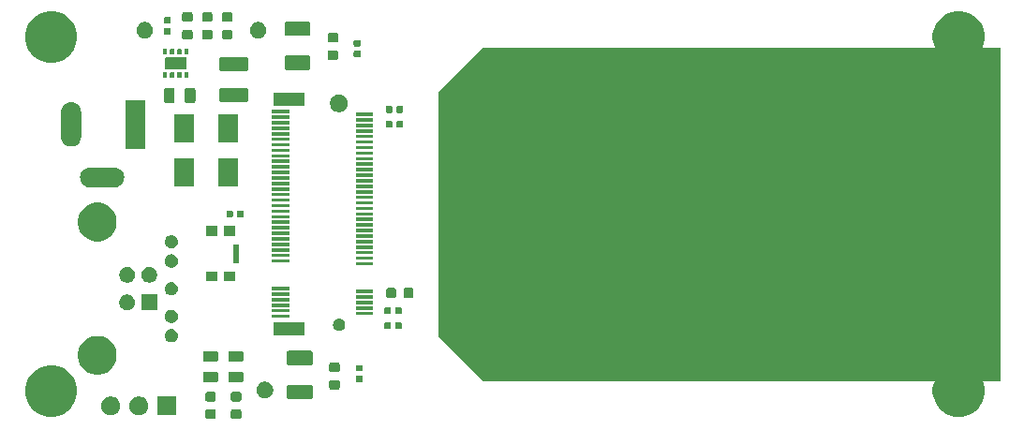
<source format=gbr>
G04 #@! TF.GenerationSoftware,KiCad,Pcbnew,(5.1.6-0-10_14)*
G04 #@! TF.CreationDate,2020-11-21T01:16:02+00:00*
G04 #@! TF.ProjectId,usb3-ngff-carrier,75736233-2d6e-4676-9666-2d6361727269,1*
G04 #@! TF.SameCoordinates,Original*
G04 #@! TF.FileFunction,Soldermask,Top*
G04 #@! TF.FilePolarity,Negative*
%FSLAX46Y46*%
G04 Gerber Fmt 4.6, Leading zero omitted, Abs format (unit mm)*
G04 Created by KiCad (PCBNEW (5.1.6-0-10_14)) date 2020-11-21 01:16:02*
%MOMM*%
%LPD*%
G01*
G04 APERTURE LIST*
%ADD10C,0.100000*%
%ADD11C,0.152400*%
G04 APERTURE END LIST*
D10*
G36*
X89700000Y-35050000D02*
G01*
X43000000Y-35050000D01*
X39000000Y-31050000D01*
X39000000Y-8950000D01*
X43000000Y-4950000D01*
X89700000Y-4950000D01*
X89700000Y-35050000D01*
G37*
X89700000Y-35050000D02*
X43000000Y-35050000D01*
X39000000Y-31050000D01*
X39000000Y-8950000D01*
X43000000Y-4950000D01*
X89700000Y-4950000D01*
X89700000Y-35050000D01*
D11*
G36*
X21019322Y-37653956D02*
G01*
X21055544Y-37664944D01*
X21088934Y-37682791D01*
X21118195Y-37706805D01*
X21142209Y-37736066D01*
X21160056Y-37769456D01*
X21171044Y-37805678D01*
X21175000Y-37845841D01*
X21175000Y-38329159D01*
X21171044Y-38369322D01*
X21160056Y-38405544D01*
X21142209Y-38438934D01*
X21118195Y-38468195D01*
X21088934Y-38492209D01*
X21055544Y-38510056D01*
X21019322Y-38521044D01*
X20979159Y-38525000D01*
X20420841Y-38525000D01*
X20380678Y-38521044D01*
X20344456Y-38510056D01*
X20311066Y-38492209D01*
X20281805Y-38468195D01*
X20257791Y-38438934D01*
X20239944Y-38405544D01*
X20228956Y-38369322D01*
X20225000Y-38329159D01*
X20225000Y-37845841D01*
X20228956Y-37805678D01*
X20239944Y-37769456D01*
X20257791Y-37736066D01*
X20281805Y-37706805D01*
X20311066Y-37682791D01*
X20344456Y-37664944D01*
X20380678Y-37653956D01*
X20420841Y-37650000D01*
X20979159Y-37650000D01*
X21019322Y-37653956D01*
G37*
G36*
X18719322Y-37653956D02*
G01*
X18755544Y-37664944D01*
X18788934Y-37682791D01*
X18818195Y-37706805D01*
X18842209Y-37736066D01*
X18860056Y-37769456D01*
X18871044Y-37805678D01*
X18875000Y-37845841D01*
X18875000Y-38329159D01*
X18871044Y-38369322D01*
X18860056Y-38405544D01*
X18842209Y-38438934D01*
X18818195Y-38468195D01*
X18788934Y-38492209D01*
X18755544Y-38510056D01*
X18719322Y-38521044D01*
X18679159Y-38525000D01*
X18120841Y-38525000D01*
X18080678Y-38521044D01*
X18044456Y-38510056D01*
X18011066Y-38492209D01*
X17981805Y-38468195D01*
X17957791Y-38438934D01*
X17939944Y-38405544D01*
X17928956Y-38369322D01*
X17925000Y-38329159D01*
X17925000Y-37845841D01*
X17928956Y-37805678D01*
X17939944Y-37769456D01*
X17957791Y-37736066D01*
X17981805Y-37706805D01*
X18011066Y-37682791D01*
X18044456Y-37664944D01*
X18080678Y-37653956D01*
X18120841Y-37650000D01*
X18679159Y-37650000D01*
X18719322Y-37653956D01*
G37*
G36*
X86685470Y-33740309D02*
G01*
X87113143Y-33917457D01*
X87498038Y-34174636D01*
X87825364Y-34501962D01*
X88082543Y-34886857D01*
X88259691Y-35314530D01*
X88350000Y-35768545D01*
X88350000Y-36231455D01*
X88259691Y-36685470D01*
X88082543Y-37113143D01*
X87825364Y-37498038D01*
X87498038Y-37825364D01*
X87113143Y-38082543D01*
X86685470Y-38259691D01*
X86231455Y-38350000D01*
X85768545Y-38350000D01*
X85314530Y-38259691D01*
X84886857Y-38082543D01*
X84501962Y-37825364D01*
X84174636Y-37498038D01*
X83917457Y-37113143D01*
X83740309Y-36685470D01*
X83650000Y-36231455D01*
X83650000Y-35768545D01*
X83740309Y-35314530D01*
X83917457Y-34886857D01*
X84174636Y-34501962D01*
X84501962Y-34174636D01*
X84886857Y-33917457D01*
X85314530Y-33740309D01*
X85768545Y-33650000D01*
X86231455Y-33650000D01*
X86685470Y-33740309D01*
G37*
G36*
X4685470Y-33740309D02*
G01*
X5113143Y-33917457D01*
X5498038Y-34174636D01*
X5825364Y-34501962D01*
X6082543Y-34886857D01*
X6259691Y-35314530D01*
X6350000Y-35768545D01*
X6350000Y-36231455D01*
X6259691Y-36685470D01*
X6082543Y-37113143D01*
X5825364Y-37498038D01*
X5498038Y-37825364D01*
X5113143Y-38082543D01*
X4685470Y-38259691D01*
X4231455Y-38350000D01*
X3768545Y-38350000D01*
X3314530Y-38259691D01*
X2886857Y-38082543D01*
X2501962Y-37825364D01*
X2174636Y-37498038D01*
X1917457Y-37113143D01*
X1740309Y-36685470D01*
X1650000Y-36231455D01*
X1650000Y-35768545D01*
X1740309Y-35314530D01*
X1917457Y-34886857D01*
X2174636Y-34501962D01*
X2501962Y-34174636D01*
X2886857Y-33917457D01*
X3314530Y-33740309D01*
X3768545Y-33650000D01*
X4231455Y-33650000D01*
X4685470Y-33740309D01*
G37*
G36*
X15300000Y-38200000D02*
G01*
X13600000Y-38200000D01*
X13600000Y-36500000D01*
X15300000Y-36500000D01*
X15300000Y-38200000D01*
G37*
G36*
X12157936Y-36532665D02*
G01*
X12312627Y-36596739D01*
X12451845Y-36689762D01*
X12570238Y-36808155D01*
X12663261Y-36947373D01*
X12727335Y-37102064D01*
X12760000Y-37266282D01*
X12760000Y-37433718D01*
X12727335Y-37597936D01*
X12663261Y-37752627D01*
X12570238Y-37891845D01*
X12451845Y-38010238D01*
X12312627Y-38103261D01*
X12157936Y-38167335D01*
X11993718Y-38200000D01*
X11826282Y-38200000D01*
X11662064Y-38167335D01*
X11507373Y-38103261D01*
X11368155Y-38010238D01*
X11249762Y-37891845D01*
X11156739Y-37752627D01*
X11092665Y-37597936D01*
X11060000Y-37433718D01*
X11060000Y-37266282D01*
X11092665Y-37102064D01*
X11156739Y-36947373D01*
X11249762Y-36808155D01*
X11368155Y-36689762D01*
X11507373Y-36596739D01*
X11662064Y-36532665D01*
X11826282Y-36500000D01*
X11993718Y-36500000D01*
X12157936Y-36532665D01*
G37*
G36*
X9617936Y-36532665D02*
G01*
X9772627Y-36596739D01*
X9911845Y-36689762D01*
X10030238Y-36808155D01*
X10123261Y-36947373D01*
X10187335Y-37102064D01*
X10220000Y-37266282D01*
X10220000Y-37433718D01*
X10187335Y-37597936D01*
X10123261Y-37752627D01*
X10030238Y-37891845D01*
X9911845Y-38010238D01*
X9772627Y-38103261D01*
X9617936Y-38167335D01*
X9453718Y-38200000D01*
X9286282Y-38200000D01*
X9122064Y-38167335D01*
X8967373Y-38103261D01*
X8828155Y-38010238D01*
X8709762Y-37891845D01*
X8616739Y-37752627D01*
X8552665Y-37597936D01*
X8520000Y-37433718D01*
X8520000Y-37266282D01*
X8552665Y-37102064D01*
X8616739Y-36947373D01*
X8709762Y-36808155D01*
X8828155Y-36689762D01*
X8967373Y-36596739D01*
X9122064Y-36532665D01*
X9286282Y-36500000D01*
X9453718Y-36500000D01*
X9617936Y-36532665D01*
G37*
G36*
X21019322Y-36078956D02*
G01*
X21055544Y-36089944D01*
X21088934Y-36107791D01*
X21118195Y-36131805D01*
X21142209Y-36161066D01*
X21160056Y-36194456D01*
X21171044Y-36230678D01*
X21175000Y-36270841D01*
X21175000Y-36754159D01*
X21171044Y-36794322D01*
X21160056Y-36830544D01*
X21142209Y-36863934D01*
X21118195Y-36893195D01*
X21088934Y-36917209D01*
X21055544Y-36935056D01*
X21019322Y-36946044D01*
X20979159Y-36950000D01*
X20420841Y-36950000D01*
X20380678Y-36946044D01*
X20344456Y-36935056D01*
X20311066Y-36917209D01*
X20281805Y-36893195D01*
X20257791Y-36863934D01*
X20239944Y-36830544D01*
X20228956Y-36794322D01*
X20225000Y-36754159D01*
X20225000Y-36270841D01*
X20228956Y-36230678D01*
X20239944Y-36194456D01*
X20257791Y-36161066D01*
X20281805Y-36131805D01*
X20311066Y-36107791D01*
X20344456Y-36089944D01*
X20380678Y-36078956D01*
X20420841Y-36075000D01*
X20979159Y-36075000D01*
X21019322Y-36078956D01*
G37*
G36*
X18719322Y-36078956D02*
G01*
X18755544Y-36089944D01*
X18788934Y-36107791D01*
X18818195Y-36131805D01*
X18842209Y-36161066D01*
X18860056Y-36194456D01*
X18871044Y-36230678D01*
X18875000Y-36270841D01*
X18875000Y-36754159D01*
X18871044Y-36794322D01*
X18860056Y-36830544D01*
X18842209Y-36863934D01*
X18818195Y-36893195D01*
X18788934Y-36917209D01*
X18755544Y-36935056D01*
X18719322Y-36946044D01*
X18679159Y-36950000D01*
X18120841Y-36950000D01*
X18080678Y-36946044D01*
X18044456Y-36935056D01*
X18011066Y-36917209D01*
X17981805Y-36893195D01*
X17957791Y-36863934D01*
X17939944Y-36830544D01*
X17928956Y-36794322D01*
X17925000Y-36754159D01*
X17925000Y-36270841D01*
X17928956Y-36230678D01*
X17939944Y-36194456D01*
X17957791Y-36161066D01*
X17981805Y-36131805D01*
X18011066Y-36107791D01*
X18044456Y-36089944D01*
X18080678Y-36078956D01*
X18120841Y-36075000D01*
X18679159Y-36075000D01*
X18719322Y-36078956D01*
G37*
G36*
X27449180Y-35429436D02*
G01*
X27490102Y-35441849D01*
X27527814Y-35462007D01*
X27560867Y-35489133D01*
X27587993Y-35522186D01*
X27608151Y-35559898D01*
X27620564Y-35600820D01*
X27625000Y-35645861D01*
X27625000Y-36529139D01*
X27620564Y-36574180D01*
X27608151Y-36615102D01*
X27587993Y-36652814D01*
X27560867Y-36685867D01*
X27527814Y-36712993D01*
X27490102Y-36733151D01*
X27449180Y-36745564D01*
X27404139Y-36750000D01*
X25495861Y-36750000D01*
X25450820Y-36745564D01*
X25409898Y-36733151D01*
X25372186Y-36712993D01*
X25339133Y-36685867D01*
X25312007Y-36652814D01*
X25291849Y-36615102D01*
X25279436Y-36574180D01*
X25275000Y-36529139D01*
X25275000Y-35645861D01*
X25279436Y-35600820D01*
X25291849Y-35559898D01*
X25312007Y-35522186D01*
X25339133Y-35489133D01*
X25372186Y-35462007D01*
X25409898Y-35441849D01*
X25450820Y-35429436D01*
X25495861Y-35425000D01*
X27404139Y-35425000D01*
X27449180Y-35429436D01*
G37*
G36*
X23518768Y-35178822D02*
G01*
X23655258Y-35235358D01*
X23778099Y-35317438D01*
X23882562Y-35421901D01*
X23964642Y-35544742D01*
X24021178Y-35681232D01*
X24050000Y-35826131D01*
X24050000Y-35973869D01*
X24021178Y-36118768D01*
X23964642Y-36255258D01*
X23882562Y-36378099D01*
X23778099Y-36482562D01*
X23655258Y-36564642D01*
X23518768Y-36621178D01*
X23373869Y-36650000D01*
X23226131Y-36650000D01*
X23081232Y-36621178D01*
X22944742Y-36564642D01*
X22821901Y-36482562D01*
X22717438Y-36378099D01*
X22635358Y-36255258D01*
X22578822Y-36118768D01*
X22550000Y-35973869D01*
X22550000Y-35826131D01*
X22578822Y-35681232D01*
X22635358Y-35544742D01*
X22717438Y-35421901D01*
X22821901Y-35317438D01*
X22944742Y-35235358D01*
X23081232Y-35178822D01*
X23226131Y-35150000D01*
X23373869Y-35150000D01*
X23518768Y-35178822D01*
G37*
G36*
X29919322Y-35003956D02*
G01*
X29955544Y-35014944D01*
X29988934Y-35032791D01*
X30018195Y-35056805D01*
X30042209Y-35086066D01*
X30060056Y-35119456D01*
X30071044Y-35155678D01*
X30075000Y-35195841D01*
X30075000Y-35679159D01*
X30071044Y-35719322D01*
X30060056Y-35755544D01*
X30042209Y-35788934D01*
X30018195Y-35818195D01*
X29988934Y-35842209D01*
X29955544Y-35860056D01*
X29919322Y-35871044D01*
X29879159Y-35875000D01*
X29320841Y-35875000D01*
X29280678Y-35871044D01*
X29244456Y-35860056D01*
X29211066Y-35842209D01*
X29181805Y-35818195D01*
X29157791Y-35788934D01*
X29139944Y-35755544D01*
X29128956Y-35719322D01*
X29125000Y-35679159D01*
X29125000Y-35195841D01*
X29128956Y-35155678D01*
X29139944Y-35119456D01*
X29157791Y-35086066D01*
X29181805Y-35056805D01*
X29211066Y-35032791D01*
X29244456Y-35014944D01*
X29280678Y-35003956D01*
X29320841Y-35000000D01*
X29879159Y-35000000D01*
X29919322Y-35003956D01*
G37*
G36*
X21224196Y-34254436D02*
G01*
X21265114Y-34266848D01*
X21302826Y-34287006D01*
X21335873Y-34314127D01*
X21362994Y-34347174D01*
X21383152Y-34384886D01*
X21395564Y-34425804D01*
X21400000Y-34470843D01*
X21400000Y-35004157D01*
X21395564Y-35049196D01*
X21383152Y-35090114D01*
X21362994Y-35127826D01*
X21335873Y-35160873D01*
X21302826Y-35187994D01*
X21265114Y-35208152D01*
X21224196Y-35220564D01*
X21179157Y-35225000D01*
X20220843Y-35225000D01*
X20175804Y-35220564D01*
X20134886Y-35208152D01*
X20097174Y-35187994D01*
X20064127Y-35160873D01*
X20037006Y-35127826D01*
X20016848Y-35090114D01*
X20004436Y-35049196D01*
X20000000Y-35004157D01*
X20000000Y-34470843D01*
X20004436Y-34425804D01*
X20016848Y-34384886D01*
X20037006Y-34347174D01*
X20064127Y-34314127D01*
X20097174Y-34287006D01*
X20134886Y-34266848D01*
X20175804Y-34254436D01*
X20220843Y-34250000D01*
X21179157Y-34250000D01*
X21224196Y-34254436D01*
G37*
G36*
X18924196Y-34254436D02*
G01*
X18965114Y-34266848D01*
X19002826Y-34287006D01*
X19035873Y-34314127D01*
X19062994Y-34347174D01*
X19083152Y-34384886D01*
X19095564Y-34425804D01*
X19100000Y-34470843D01*
X19100000Y-35004157D01*
X19095564Y-35049196D01*
X19083152Y-35090114D01*
X19062994Y-35127826D01*
X19035873Y-35160873D01*
X19002826Y-35187994D01*
X18965114Y-35208152D01*
X18924196Y-35220564D01*
X18879157Y-35225000D01*
X17920843Y-35225000D01*
X17875804Y-35220564D01*
X17834886Y-35208152D01*
X17797174Y-35187994D01*
X17764127Y-35160873D01*
X17737006Y-35127826D01*
X17716848Y-35090114D01*
X17704436Y-35049196D01*
X17700000Y-35004157D01*
X17700000Y-34470843D01*
X17704436Y-34425804D01*
X17716848Y-34384886D01*
X17737006Y-34347174D01*
X17764127Y-34314127D01*
X17797174Y-34287006D01*
X17834886Y-34266848D01*
X17875804Y-34254436D01*
X17920843Y-34250000D01*
X18879157Y-34250000D01*
X18924196Y-34254436D01*
G37*
G36*
X32071669Y-34617586D02*
G01*
X32094535Y-34624523D01*
X32115596Y-34635780D01*
X32134064Y-34650936D01*
X32149220Y-34669404D01*
X32160477Y-34690465D01*
X32167414Y-34713331D01*
X32170000Y-34739591D01*
X32170000Y-35080409D01*
X32167414Y-35106669D01*
X32160477Y-35129535D01*
X32149220Y-35150596D01*
X32134064Y-35169064D01*
X32115596Y-35184220D01*
X32094535Y-35195477D01*
X32071669Y-35202414D01*
X32045409Y-35205000D01*
X31654591Y-35205000D01*
X31628331Y-35202414D01*
X31605465Y-35195477D01*
X31584404Y-35184220D01*
X31565936Y-35169064D01*
X31550780Y-35150596D01*
X31539523Y-35129535D01*
X31532586Y-35106669D01*
X31530000Y-35080409D01*
X31530000Y-34739591D01*
X31532586Y-34713331D01*
X31539523Y-34690465D01*
X31550780Y-34669404D01*
X31565936Y-34650936D01*
X31584404Y-34635780D01*
X31605465Y-34624523D01*
X31628331Y-34617586D01*
X31654591Y-34615000D01*
X32045409Y-34615000D01*
X32071669Y-34617586D01*
G37*
G36*
X8660456Y-31087251D02*
G01*
X8978936Y-31219170D01*
X9265560Y-31410686D01*
X9509314Y-31654440D01*
X9700830Y-31941064D01*
X9832749Y-32259544D01*
X9900000Y-32597640D01*
X9900000Y-32942360D01*
X9832749Y-33280456D01*
X9700830Y-33598936D01*
X9509314Y-33885560D01*
X9265560Y-34129314D01*
X8978936Y-34320830D01*
X8660456Y-34452749D01*
X8322360Y-34520000D01*
X7977640Y-34520000D01*
X7639544Y-34452749D01*
X7321064Y-34320830D01*
X7034440Y-34129314D01*
X6790686Y-33885560D01*
X6599170Y-33598936D01*
X6467251Y-33280456D01*
X6400000Y-32942360D01*
X6400000Y-32597640D01*
X6467251Y-32259544D01*
X6599170Y-31941064D01*
X6790686Y-31654440D01*
X7034440Y-31410686D01*
X7321064Y-31219170D01*
X7639544Y-31087251D01*
X7977640Y-31020000D01*
X8322360Y-31020000D01*
X8660456Y-31087251D01*
G37*
G36*
X29919322Y-33428956D02*
G01*
X29955544Y-33439944D01*
X29988934Y-33457791D01*
X30018195Y-33481805D01*
X30042209Y-33511066D01*
X30060056Y-33544456D01*
X30071044Y-33580678D01*
X30075000Y-33620841D01*
X30075000Y-34104159D01*
X30071044Y-34144322D01*
X30060056Y-34180544D01*
X30042209Y-34213934D01*
X30018195Y-34243195D01*
X29988934Y-34267209D01*
X29955544Y-34285056D01*
X29919322Y-34296044D01*
X29879159Y-34300000D01*
X29320841Y-34300000D01*
X29280678Y-34296044D01*
X29244456Y-34285056D01*
X29211066Y-34267209D01*
X29181805Y-34243195D01*
X29157791Y-34213934D01*
X29139944Y-34180544D01*
X29128956Y-34144322D01*
X29125000Y-34104159D01*
X29125000Y-33620841D01*
X29128956Y-33580678D01*
X29139944Y-33544456D01*
X29157791Y-33511066D01*
X29181805Y-33481805D01*
X29211066Y-33457791D01*
X29244456Y-33439944D01*
X29280678Y-33428956D01*
X29320841Y-33425000D01*
X29879159Y-33425000D01*
X29919322Y-33428956D01*
G37*
G36*
X32071669Y-33647586D02*
G01*
X32094535Y-33654523D01*
X32115596Y-33665780D01*
X32134064Y-33680936D01*
X32149220Y-33699404D01*
X32160477Y-33720465D01*
X32167414Y-33743331D01*
X32170000Y-33769591D01*
X32170000Y-34110409D01*
X32167414Y-34136669D01*
X32160477Y-34159535D01*
X32149220Y-34180596D01*
X32134064Y-34199064D01*
X32115596Y-34214220D01*
X32094535Y-34225477D01*
X32071669Y-34232414D01*
X32045409Y-34235000D01*
X31654591Y-34235000D01*
X31628331Y-34232414D01*
X31605465Y-34225477D01*
X31584404Y-34214220D01*
X31565936Y-34199064D01*
X31550780Y-34180596D01*
X31539523Y-34159535D01*
X31532586Y-34136669D01*
X31530000Y-34110409D01*
X31530000Y-33769591D01*
X31532586Y-33743331D01*
X31539523Y-33720465D01*
X31550780Y-33699404D01*
X31565936Y-33680936D01*
X31584404Y-33665780D01*
X31605465Y-33654523D01*
X31628331Y-33647586D01*
X31654591Y-33645000D01*
X32045409Y-33645000D01*
X32071669Y-33647586D01*
G37*
G36*
X27449180Y-32354436D02*
G01*
X27490102Y-32366849D01*
X27527814Y-32387007D01*
X27560867Y-32414133D01*
X27587993Y-32447186D01*
X27608151Y-32484898D01*
X27620564Y-32525820D01*
X27625000Y-32570861D01*
X27625000Y-33454139D01*
X27620564Y-33499180D01*
X27608151Y-33540102D01*
X27587993Y-33577814D01*
X27560867Y-33610867D01*
X27527814Y-33637993D01*
X27490102Y-33658151D01*
X27449180Y-33670564D01*
X27404139Y-33675000D01*
X25495861Y-33675000D01*
X25450820Y-33670564D01*
X25409898Y-33658151D01*
X25372186Y-33637993D01*
X25339133Y-33610867D01*
X25312007Y-33577814D01*
X25291849Y-33540102D01*
X25279436Y-33499180D01*
X25275000Y-33454139D01*
X25275000Y-32570861D01*
X25279436Y-32525820D01*
X25291849Y-32484898D01*
X25312007Y-32447186D01*
X25339133Y-32414133D01*
X25372186Y-32387007D01*
X25409898Y-32366849D01*
X25450820Y-32354436D01*
X25495861Y-32350000D01*
X27404139Y-32350000D01*
X27449180Y-32354436D01*
G37*
G36*
X18924196Y-32379436D02*
G01*
X18965114Y-32391848D01*
X19002826Y-32412006D01*
X19035873Y-32439127D01*
X19062994Y-32472174D01*
X19083152Y-32509886D01*
X19095564Y-32550804D01*
X19100000Y-32595843D01*
X19100000Y-33129157D01*
X19095564Y-33174196D01*
X19083152Y-33215114D01*
X19062994Y-33252826D01*
X19035873Y-33285873D01*
X19002826Y-33312994D01*
X18965114Y-33333152D01*
X18924196Y-33345564D01*
X18879157Y-33350000D01*
X17920843Y-33350000D01*
X17875804Y-33345564D01*
X17834886Y-33333152D01*
X17797174Y-33312994D01*
X17764127Y-33285873D01*
X17737006Y-33252826D01*
X17716848Y-33215114D01*
X17704436Y-33174196D01*
X17700000Y-33129157D01*
X17700000Y-32595843D01*
X17704436Y-32550804D01*
X17716848Y-32509886D01*
X17737006Y-32472174D01*
X17764127Y-32439127D01*
X17797174Y-32412006D01*
X17834886Y-32391848D01*
X17875804Y-32379436D01*
X17920843Y-32375000D01*
X18879157Y-32375000D01*
X18924196Y-32379436D01*
G37*
G36*
X21224196Y-32379436D02*
G01*
X21265114Y-32391848D01*
X21302826Y-32412006D01*
X21335873Y-32439127D01*
X21362994Y-32472174D01*
X21383152Y-32509886D01*
X21395564Y-32550804D01*
X21400000Y-32595843D01*
X21400000Y-33129157D01*
X21395564Y-33174196D01*
X21383152Y-33215114D01*
X21362994Y-33252826D01*
X21335873Y-33285873D01*
X21302826Y-33312994D01*
X21265114Y-33333152D01*
X21224196Y-33345564D01*
X21179157Y-33350000D01*
X20220843Y-33350000D01*
X20175804Y-33345564D01*
X20134886Y-33333152D01*
X20097174Y-33312994D01*
X20064127Y-33285873D01*
X20037006Y-33252826D01*
X20016848Y-33215114D01*
X20004436Y-33174196D01*
X20000000Y-33129157D01*
X20000000Y-32595843D01*
X20004436Y-32550804D01*
X20016848Y-32509886D01*
X20037006Y-32472174D01*
X20064127Y-32439127D01*
X20097174Y-32412006D01*
X20134886Y-32391848D01*
X20175804Y-32379436D01*
X20220843Y-32375000D01*
X21179157Y-32375000D01*
X21224196Y-32379436D01*
G37*
G36*
X15035014Y-30423058D02*
G01*
X15144207Y-30468286D01*
X15242479Y-30533950D01*
X15326050Y-30617521D01*
X15391714Y-30715793D01*
X15436942Y-30824986D01*
X15460000Y-30940905D01*
X15460000Y-31059095D01*
X15436942Y-31175014D01*
X15391714Y-31284207D01*
X15326050Y-31382479D01*
X15242479Y-31466050D01*
X15144207Y-31531714D01*
X15035014Y-31576942D01*
X14919095Y-31600000D01*
X14800905Y-31600000D01*
X14684986Y-31576942D01*
X14575793Y-31531714D01*
X14477521Y-31466050D01*
X14393950Y-31382479D01*
X14328286Y-31284207D01*
X14283058Y-31175014D01*
X14260000Y-31059095D01*
X14260000Y-30940905D01*
X14283058Y-30824986D01*
X14328286Y-30715793D01*
X14393950Y-30617521D01*
X14477521Y-30533950D01*
X14575793Y-30468286D01*
X14684986Y-30423058D01*
X14800905Y-30400000D01*
X14919095Y-30400000D01*
X15035014Y-30423058D01*
G37*
G36*
X26875000Y-30950000D02*
G01*
X24125000Y-30950000D01*
X24125000Y-29750000D01*
X26875000Y-29750000D01*
X26875000Y-30950000D01*
G37*
G36*
X30160430Y-29471136D02*
G01*
X30260522Y-29512596D01*
X30350606Y-29572788D01*
X30427212Y-29649394D01*
X30487404Y-29739478D01*
X30528864Y-29839570D01*
X30550000Y-29945829D01*
X30550000Y-30054171D01*
X30528864Y-30160430D01*
X30487404Y-30260522D01*
X30427212Y-30350606D01*
X30350606Y-30427212D01*
X30260522Y-30487404D01*
X30160430Y-30528864D01*
X30054171Y-30550000D01*
X29945829Y-30550000D01*
X29839570Y-30528864D01*
X29739478Y-30487404D01*
X29649394Y-30427212D01*
X29572788Y-30350606D01*
X29512596Y-30260522D01*
X29471136Y-30160430D01*
X29450000Y-30054171D01*
X29450000Y-29945829D01*
X29471136Y-29839570D01*
X29512596Y-29739478D01*
X29572788Y-29649394D01*
X29649394Y-29572788D01*
X29739478Y-29512596D01*
X29839570Y-29471136D01*
X29945829Y-29450000D01*
X30054171Y-29450000D01*
X30160430Y-29471136D01*
G37*
G36*
X35581669Y-29782586D02*
G01*
X35604535Y-29789523D01*
X35625596Y-29800780D01*
X35644064Y-29815936D01*
X35659220Y-29834404D01*
X35670477Y-29855465D01*
X35677414Y-29878331D01*
X35680000Y-29904591D01*
X35680000Y-30295409D01*
X35677414Y-30321669D01*
X35670477Y-30344535D01*
X35659220Y-30365596D01*
X35644064Y-30384064D01*
X35625596Y-30399220D01*
X35604535Y-30410477D01*
X35581669Y-30417414D01*
X35555409Y-30420000D01*
X35214591Y-30420000D01*
X35188331Y-30417414D01*
X35165465Y-30410477D01*
X35144404Y-30399220D01*
X35125936Y-30384064D01*
X35110780Y-30365596D01*
X35099523Y-30344535D01*
X35092586Y-30321669D01*
X35090000Y-30295409D01*
X35090000Y-29904591D01*
X35092586Y-29878331D01*
X35099523Y-29855465D01*
X35110780Y-29834404D01*
X35125936Y-29815936D01*
X35144404Y-29800780D01*
X35165465Y-29789523D01*
X35188331Y-29782586D01*
X35214591Y-29780000D01*
X35555409Y-29780000D01*
X35581669Y-29782586D01*
G37*
G36*
X34611669Y-29782586D02*
G01*
X34634535Y-29789523D01*
X34655596Y-29800780D01*
X34674064Y-29815936D01*
X34689220Y-29834404D01*
X34700477Y-29855465D01*
X34707414Y-29878331D01*
X34710000Y-29904591D01*
X34710000Y-30295409D01*
X34707414Y-30321669D01*
X34700477Y-30344535D01*
X34689220Y-30365596D01*
X34674064Y-30384064D01*
X34655596Y-30399220D01*
X34634535Y-30410477D01*
X34611669Y-30417414D01*
X34585409Y-30420000D01*
X34244591Y-30420000D01*
X34218331Y-30417414D01*
X34195465Y-30410477D01*
X34174404Y-30399220D01*
X34155936Y-30384064D01*
X34140780Y-30365596D01*
X34129523Y-30344535D01*
X34122586Y-30321669D01*
X34120000Y-30295409D01*
X34120000Y-29904591D01*
X34122586Y-29878331D01*
X34129523Y-29855465D01*
X34140780Y-29834404D01*
X34155936Y-29815936D01*
X34174404Y-29800780D01*
X34195465Y-29789523D01*
X34218331Y-29782586D01*
X34244591Y-29780000D01*
X34585409Y-29780000D01*
X34611669Y-29782586D01*
G37*
G36*
X15035014Y-28673058D02*
G01*
X15144207Y-28718286D01*
X15242479Y-28783950D01*
X15326050Y-28867521D01*
X15391714Y-28965793D01*
X15436942Y-29074986D01*
X15460000Y-29190905D01*
X15460000Y-29309095D01*
X15436942Y-29425014D01*
X15391714Y-29534207D01*
X15326050Y-29632479D01*
X15242479Y-29716050D01*
X15144207Y-29781714D01*
X15035014Y-29826942D01*
X14919095Y-29850000D01*
X14800905Y-29850000D01*
X14684986Y-29826942D01*
X14575793Y-29781714D01*
X14477521Y-29716050D01*
X14393950Y-29632479D01*
X14328286Y-29534207D01*
X14283058Y-29425014D01*
X14260000Y-29309095D01*
X14260000Y-29190905D01*
X14283058Y-29074986D01*
X14328286Y-28965793D01*
X14393950Y-28867521D01*
X14477521Y-28783950D01*
X14575793Y-28718286D01*
X14684986Y-28673058D01*
X14800905Y-28650000D01*
X14919095Y-28650000D01*
X15035014Y-28673058D01*
G37*
G36*
X25500000Y-29400000D02*
G01*
X23950000Y-29400000D01*
X23950000Y-29100000D01*
X25500000Y-29100000D01*
X25500000Y-29400000D01*
G37*
G36*
X33050000Y-29150000D02*
G01*
X31500000Y-29150000D01*
X31500000Y-28850000D01*
X33050000Y-28850000D01*
X33050000Y-29150000D01*
G37*
G36*
X35581669Y-28432586D02*
G01*
X35604535Y-28439523D01*
X35625596Y-28450780D01*
X35644064Y-28465936D01*
X35659220Y-28484404D01*
X35670477Y-28505465D01*
X35677414Y-28528331D01*
X35680000Y-28554591D01*
X35680000Y-28945409D01*
X35677414Y-28971669D01*
X35670477Y-28994535D01*
X35659220Y-29015596D01*
X35644064Y-29034064D01*
X35625596Y-29049220D01*
X35604535Y-29060477D01*
X35581669Y-29067414D01*
X35555409Y-29070000D01*
X35214591Y-29070000D01*
X35188331Y-29067414D01*
X35165465Y-29060477D01*
X35144404Y-29049220D01*
X35125936Y-29034064D01*
X35110780Y-29015596D01*
X35099523Y-28994535D01*
X35092586Y-28971669D01*
X35090000Y-28945409D01*
X35090000Y-28554591D01*
X35092586Y-28528331D01*
X35099523Y-28505465D01*
X35110780Y-28484404D01*
X35125936Y-28465936D01*
X35144404Y-28450780D01*
X35165465Y-28439523D01*
X35188331Y-28432586D01*
X35214591Y-28430000D01*
X35555409Y-28430000D01*
X35581669Y-28432586D01*
G37*
G36*
X34611669Y-28432586D02*
G01*
X34634535Y-28439523D01*
X34655596Y-28450780D01*
X34674064Y-28465936D01*
X34689220Y-28484404D01*
X34700477Y-28505465D01*
X34707414Y-28528331D01*
X34710000Y-28554591D01*
X34710000Y-28945409D01*
X34707414Y-28971669D01*
X34700477Y-28994535D01*
X34689220Y-29015596D01*
X34674064Y-29034064D01*
X34655596Y-29049220D01*
X34634535Y-29060477D01*
X34611669Y-29067414D01*
X34585409Y-29070000D01*
X34244591Y-29070000D01*
X34218331Y-29067414D01*
X34195465Y-29060477D01*
X34174404Y-29049220D01*
X34155936Y-29034064D01*
X34140780Y-29015596D01*
X34129523Y-28994535D01*
X34122586Y-28971669D01*
X34120000Y-28945409D01*
X34120000Y-28554591D01*
X34122586Y-28528331D01*
X34129523Y-28505465D01*
X34140780Y-28484404D01*
X34155936Y-28465936D01*
X34174404Y-28450780D01*
X34195465Y-28439523D01*
X34218331Y-28432586D01*
X34244591Y-28430000D01*
X34585409Y-28430000D01*
X34611669Y-28432586D01*
G37*
G36*
X25500000Y-28900000D02*
G01*
X23950000Y-28900000D01*
X23950000Y-28600000D01*
X25500000Y-28600000D01*
X25500000Y-28900000D01*
G37*
G36*
X13569999Y-28710000D02*
G01*
X12149999Y-28710000D01*
X12149999Y-27290000D01*
X13569999Y-27290000D01*
X13569999Y-28710000D01*
G37*
G36*
X11067100Y-27317285D02*
G01*
X11196311Y-27370806D01*
X11312600Y-27448508D01*
X11411492Y-27547400D01*
X11489194Y-27663689D01*
X11542715Y-27792900D01*
X11570000Y-27930071D01*
X11570000Y-28069929D01*
X11542715Y-28207100D01*
X11489194Y-28336311D01*
X11411492Y-28452600D01*
X11312600Y-28551492D01*
X11196311Y-28629194D01*
X11067100Y-28682715D01*
X10929929Y-28710000D01*
X10790071Y-28710000D01*
X10652900Y-28682715D01*
X10523689Y-28629194D01*
X10407400Y-28551492D01*
X10308508Y-28452600D01*
X10230806Y-28336311D01*
X10177285Y-28207100D01*
X10150000Y-28069929D01*
X10150000Y-27930071D01*
X10177285Y-27792900D01*
X10230806Y-27663689D01*
X10308508Y-27547400D01*
X10407400Y-27448508D01*
X10523689Y-27370806D01*
X10652900Y-27317285D01*
X10790071Y-27290000D01*
X10929929Y-27290000D01*
X11067100Y-27317285D01*
G37*
G36*
X33050000Y-28650000D02*
G01*
X31500000Y-28650000D01*
X31500000Y-28350000D01*
X33050000Y-28350000D01*
X33050000Y-28650000D01*
G37*
G36*
X25500000Y-28400000D02*
G01*
X23950000Y-28400000D01*
X23950000Y-28100000D01*
X25500000Y-28100000D01*
X25500000Y-28400000D01*
G37*
G36*
X33050000Y-28150000D02*
G01*
X31500000Y-28150000D01*
X31500000Y-27850000D01*
X33050000Y-27850000D01*
X33050000Y-28150000D01*
G37*
G36*
X25500000Y-27900000D02*
G01*
X23950000Y-27900000D01*
X23950000Y-27600000D01*
X25500000Y-27600000D01*
X25500000Y-27900000D01*
G37*
G36*
X33050000Y-27650000D02*
G01*
X31500000Y-27650000D01*
X31500000Y-27350000D01*
X33050000Y-27350000D01*
X33050000Y-27650000D01*
G37*
G36*
X34994322Y-26678956D02*
G01*
X35030544Y-26689944D01*
X35063934Y-26707791D01*
X35093195Y-26731805D01*
X35117209Y-26761066D01*
X35135056Y-26794456D01*
X35146044Y-26830678D01*
X35150000Y-26870841D01*
X35150000Y-27429159D01*
X35146044Y-27469322D01*
X35135056Y-27505544D01*
X35117209Y-27538934D01*
X35093195Y-27568195D01*
X35063934Y-27592209D01*
X35030544Y-27610056D01*
X34994322Y-27621044D01*
X34954159Y-27625000D01*
X34470841Y-27625000D01*
X34430678Y-27621044D01*
X34394456Y-27610056D01*
X34361066Y-27592209D01*
X34331805Y-27568195D01*
X34307791Y-27538934D01*
X34289944Y-27505544D01*
X34278956Y-27469322D01*
X34275000Y-27429159D01*
X34275000Y-26870841D01*
X34278956Y-26830678D01*
X34289944Y-26794456D01*
X34307791Y-26761066D01*
X34331805Y-26731805D01*
X34361066Y-26707791D01*
X34394456Y-26689944D01*
X34430678Y-26678956D01*
X34470841Y-26675000D01*
X34954159Y-26675000D01*
X34994322Y-26678956D01*
G37*
G36*
X36569322Y-26678956D02*
G01*
X36605544Y-26689944D01*
X36638934Y-26707791D01*
X36668195Y-26731805D01*
X36692209Y-26761066D01*
X36710056Y-26794456D01*
X36721044Y-26830678D01*
X36725000Y-26870841D01*
X36725000Y-27429159D01*
X36721044Y-27469322D01*
X36710056Y-27505544D01*
X36692209Y-27538934D01*
X36668195Y-27568195D01*
X36638934Y-27592209D01*
X36605544Y-27610056D01*
X36569322Y-27621044D01*
X36529159Y-27625000D01*
X36045841Y-27625000D01*
X36005678Y-27621044D01*
X35969456Y-27610056D01*
X35936066Y-27592209D01*
X35906805Y-27568195D01*
X35882791Y-27538934D01*
X35864944Y-27505544D01*
X35853956Y-27469322D01*
X35850000Y-27429159D01*
X35850000Y-26870841D01*
X35853956Y-26830678D01*
X35864944Y-26794456D01*
X35882791Y-26761066D01*
X35906805Y-26731805D01*
X35936066Y-26707791D01*
X35969456Y-26689944D01*
X36005678Y-26678956D01*
X36045841Y-26675000D01*
X36529159Y-26675000D01*
X36569322Y-26678956D01*
G37*
G36*
X25500000Y-27400000D02*
G01*
X23950000Y-27400000D01*
X23950000Y-27100000D01*
X25500000Y-27100000D01*
X25500000Y-27400000D01*
G37*
G36*
X15035014Y-26173058D02*
G01*
X15144207Y-26218286D01*
X15242479Y-26283950D01*
X15326050Y-26367521D01*
X15391714Y-26465793D01*
X15436942Y-26574986D01*
X15460000Y-26690905D01*
X15460000Y-26809095D01*
X15436942Y-26925014D01*
X15391714Y-27034207D01*
X15326050Y-27132479D01*
X15242479Y-27216050D01*
X15144207Y-27281714D01*
X15035014Y-27326942D01*
X14919095Y-27350000D01*
X14800905Y-27350000D01*
X14684986Y-27326942D01*
X14575793Y-27281714D01*
X14477521Y-27216050D01*
X14393950Y-27132479D01*
X14328286Y-27034207D01*
X14283058Y-26925014D01*
X14260000Y-26809095D01*
X14260000Y-26690905D01*
X14283058Y-26574986D01*
X14328286Y-26465793D01*
X14393950Y-26367521D01*
X14477521Y-26283950D01*
X14575793Y-26218286D01*
X14684986Y-26173058D01*
X14800905Y-26150000D01*
X14919095Y-26150000D01*
X15035014Y-26173058D01*
G37*
G36*
X33050000Y-27150000D02*
G01*
X31500000Y-27150000D01*
X31500000Y-26850000D01*
X33050000Y-26850000D01*
X33050000Y-27150000D01*
G37*
G36*
X25500000Y-26900000D02*
G01*
X23950000Y-26900000D01*
X23950000Y-26600000D01*
X25500000Y-26600000D01*
X25500000Y-26900000D01*
G37*
G36*
X13067099Y-24817285D02*
G01*
X13196310Y-24870806D01*
X13312599Y-24948508D01*
X13411491Y-25047400D01*
X13489193Y-25163689D01*
X13542714Y-25292900D01*
X13569999Y-25430071D01*
X13569999Y-25569929D01*
X13542714Y-25707100D01*
X13489193Y-25836311D01*
X13411491Y-25952600D01*
X13312599Y-26051492D01*
X13196310Y-26129194D01*
X13067099Y-26182715D01*
X12929928Y-26210000D01*
X12790070Y-26210000D01*
X12652899Y-26182715D01*
X12523688Y-26129194D01*
X12407399Y-26051492D01*
X12308507Y-25952600D01*
X12230805Y-25836311D01*
X12177284Y-25707100D01*
X12149999Y-25569929D01*
X12149999Y-25430071D01*
X12177284Y-25292900D01*
X12230805Y-25163689D01*
X12308507Y-25047400D01*
X12407399Y-24948508D01*
X12523688Y-24870806D01*
X12652899Y-24817285D01*
X12790070Y-24790000D01*
X12929928Y-24790000D01*
X13067099Y-24817285D01*
G37*
G36*
X11067100Y-24817285D02*
G01*
X11196311Y-24870806D01*
X11312600Y-24948508D01*
X11411492Y-25047400D01*
X11489194Y-25163689D01*
X11542715Y-25292900D01*
X11570000Y-25430071D01*
X11570000Y-25569929D01*
X11542715Y-25707100D01*
X11489194Y-25836311D01*
X11411492Y-25952600D01*
X11312600Y-26051492D01*
X11196311Y-26129194D01*
X11067100Y-26182715D01*
X10929929Y-26210000D01*
X10790071Y-26210000D01*
X10652900Y-26182715D01*
X10523689Y-26129194D01*
X10407400Y-26051492D01*
X10308508Y-25952600D01*
X10230806Y-25836311D01*
X10177285Y-25707100D01*
X10150000Y-25569929D01*
X10150000Y-25430071D01*
X10177285Y-25292900D01*
X10230806Y-25163689D01*
X10308508Y-25047400D01*
X10407400Y-24948508D01*
X10523689Y-24870806D01*
X10652900Y-24817285D01*
X10790071Y-24790000D01*
X10929929Y-24790000D01*
X11067100Y-24817285D01*
G37*
G36*
X19000000Y-26099999D02*
G01*
X18000000Y-26099999D01*
X18000000Y-25199999D01*
X19000000Y-25199999D01*
X19000000Y-26099999D01*
G37*
G36*
X20600000Y-26099999D02*
G01*
X19600000Y-26099999D01*
X19600000Y-25199999D01*
X20600000Y-25199999D01*
X20600000Y-26099999D01*
G37*
G36*
X15035014Y-23673058D02*
G01*
X15144207Y-23718286D01*
X15242479Y-23783950D01*
X15326050Y-23867521D01*
X15391714Y-23965793D01*
X15436942Y-24074986D01*
X15460000Y-24190905D01*
X15460000Y-24309095D01*
X15436942Y-24425014D01*
X15391714Y-24534207D01*
X15326050Y-24632479D01*
X15242479Y-24716050D01*
X15144207Y-24781714D01*
X15035014Y-24826942D01*
X14919095Y-24850000D01*
X14800905Y-24850000D01*
X14684986Y-24826942D01*
X14575793Y-24781714D01*
X14477521Y-24716050D01*
X14393950Y-24632479D01*
X14328286Y-24534207D01*
X14283058Y-24425014D01*
X14260000Y-24309095D01*
X14260000Y-24190905D01*
X14283058Y-24074986D01*
X14328286Y-23965793D01*
X14393950Y-23867521D01*
X14477521Y-23783950D01*
X14575793Y-23718286D01*
X14684986Y-23673058D01*
X14800905Y-23650000D01*
X14919095Y-23650000D01*
X15035014Y-23673058D01*
G37*
G36*
X33050000Y-24650000D02*
G01*
X31500000Y-24650000D01*
X31500000Y-24350000D01*
X33050000Y-24350000D01*
X33050000Y-24650000D01*
G37*
G36*
X21000000Y-24450000D02*
G01*
X20450000Y-24450000D01*
X20450000Y-22750000D01*
X21000000Y-22750000D01*
X21000000Y-24450000D01*
G37*
G36*
X25500000Y-24400000D02*
G01*
X23950000Y-24400000D01*
X23950000Y-24100000D01*
X25500000Y-24100000D01*
X25500000Y-24400000D01*
G37*
G36*
X33050000Y-24150000D02*
G01*
X31500000Y-24150000D01*
X31500000Y-23850000D01*
X33050000Y-23850000D01*
X33050000Y-24150000D01*
G37*
G36*
X25500000Y-23900000D02*
G01*
X23950000Y-23900000D01*
X23950000Y-23600000D01*
X25500000Y-23600000D01*
X25500000Y-23900000D01*
G37*
G36*
X33050000Y-23650000D02*
G01*
X31500000Y-23650000D01*
X31500000Y-23350000D01*
X33050000Y-23350000D01*
X33050000Y-23650000D01*
G37*
G36*
X25500000Y-23400000D02*
G01*
X23950000Y-23400000D01*
X23950000Y-23100000D01*
X25500000Y-23100000D01*
X25500000Y-23400000D01*
G37*
G36*
X33050000Y-23150000D02*
G01*
X31500000Y-23150000D01*
X31500000Y-22850000D01*
X33050000Y-22850000D01*
X33050000Y-23150000D01*
G37*
G36*
X15035014Y-21923058D02*
G01*
X15144207Y-21968286D01*
X15242479Y-22033950D01*
X15326050Y-22117521D01*
X15391714Y-22215793D01*
X15436942Y-22324986D01*
X15460000Y-22440905D01*
X15460000Y-22559095D01*
X15436942Y-22675014D01*
X15391714Y-22784207D01*
X15326050Y-22882479D01*
X15242479Y-22966050D01*
X15144207Y-23031714D01*
X15035014Y-23076942D01*
X14919095Y-23100000D01*
X14800905Y-23100000D01*
X14684986Y-23076942D01*
X14575793Y-23031714D01*
X14477521Y-22966050D01*
X14393950Y-22882479D01*
X14328286Y-22784207D01*
X14283058Y-22675014D01*
X14260000Y-22559095D01*
X14260000Y-22440905D01*
X14283058Y-22324986D01*
X14328286Y-22215793D01*
X14393950Y-22117521D01*
X14477521Y-22033950D01*
X14575793Y-21968286D01*
X14684986Y-21923058D01*
X14800905Y-21900000D01*
X14919095Y-21900000D01*
X15035014Y-21923058D01*
G37*
G36*
X25500000Y-22900000D02*
G01*
X23950000Y-22900000D01*
X23950000Y-22600000D01*
X25500000Y-22600000D01*
X25500000Y-22900000D01*
G37*
G36*
X81022977Y-17451838D02*
G01*
X81505246Y-17651600D01*
X81939278Y-17941611D01*
X82308389Y-18310722D01*
X82598400Y-18744754D01*
X82798162Y-19227023D01*
X82900000Y-19738998D01*
X82900000Y-20261002D01*
X82798162Y-20772977D01*
X82598400Y-21255246D01*
X82308389Y-21689278D01*
X81939278Y-22058389D01*
X81505246Y-22348400D01*
X81022977Y-22548162D01*
X80511002Y-22650000D01*
X79988998Y-22650000D01*
X79477023Y-22548162D01*
X78994754Y-22348400D01*
X78560722Y-22058389D01*
X78191611Y-21689278D01*
X77901600Y-21255246D01*
X77701838Y-20772977D01*
X77600000Y-20261002D01*
X77600000Y-19738998D01*
X77701838Y-19227023D01*
X77901600Y-18744754D01*
X78191611Y-18310722D01*
X78560722Y-17941611D01*
X78994754Y-17651600D01*
X79477023Y-17451838D01*
X79988998Y-17350000D01*
X80511002Y-17350000D01*
X81022977Y-17451838D01*
G37*
G36*
X71022977Y-17451838D02*
G01*
X71505246Y-17651600D01*
X71939278Y-17941611D01*
X72308389Y-18310722D01*
X72598400Y-18744754D01*
X72798162Y-19227023D01*
X72900000Y-19738998D01*
X72900000Y-20261002D01*
X72798162Y-20772977D01*
X72598400Y-21255246D01*
X72308389Y-21689278D01*
X71939278Y-22058389D01*
X71505246Y-22348400D01*
X71022977Y-22548162D01*
X70511002Y-22650000D01*
X69988998Y-22650000D01*
X69477023Y-22548162D01*
X68994754Y-22348400D01*
X68560722Y-22058389D01*
X68191611Y-21689278D01*
X67901600Y-21255246D01*
X67701838Y-20772977D01*
X67600000Y-20261002D01*
X67600000Y-19738998D01*
X67701838Y-19227023D01*
X67901600Y-18744754D01*
X68191611Y-18310722D01*
X68560722Y-17941611D01*
X68994754Y-17651600D01*
X69477023Y-17451838D01*
X69988998Y-17350000D01*
X70511002Y-17350000D01*
X71022977Y-17451838D01*
G37*
G36*
X33050000Y-22650000D02*
G01*
X31500000Y-22650000D01*
X31500000Y-22350000D01*
X33050000Y-22350000D01*
X33050000Y-22650000D01*
G37*
G36*
X8660456Y-19047251D02*
G01*
X8978936Y-19179170D01*
X9265560Y-19370686D01*
X9509314Y-19614440D01*
X9700830Y-19901064D01*
X9832749Y-20219544D01*
X9900000Y-20557640D01*
X9900000Y-20902360D01*
X9832749Y-21240456D01*
X9700830Y-21558936D01*
X9509314Y-21845560D01*
X9265560Y-22089314D01*
X8978936Y-22280830D01*
X8660456Y-22412749D01*
X8322360Y-22480000D01*
X7977640Y-22480000D01*
X7639544Y-22412749D01*
X7321064Y-22280830D01*
X7034440Y-22089314D01*
X6790686Y-21845560D01*
X6599170Y-21558936D01*
X6467251Y-21240456D01*
X6400000Y-20902360D01*
X6400000Y-20557640D01*
X6467251Y-20219544D01*
X6599170Y-19901064D01*
X6790686Y-19614440D01*
X7034440Y-19370686D01*
X7321064Y-19179170D01*
X7639544Y-19047251D01*
X7977640Y-18980000D01*
X8322360Y-18980000D01*
X8660456Y-19047251D01*
G37*
G36*
X25500000Y-22400000D02*
G01*
X23950000Y-22400000D01*
X23950000Y-22100000D01*
X25500000Y-22100000D01*
X25500000Y-22400000D01*
G37*
G36*
X33050000Y-22150000D02*
G01*
X31500000Y-22150000D01*
X31500000Y-21850000D01*
X33050000Y-21850000D01*
X33050000Y-22150000D01*
G37*
G36*
X20600000Y-22000001D02*
G01*
X19600000Y-22000001D01*
X19600000Y-21100001D01*
X20600000Y-21100001D01*
X20600000Y-22000001D01*
G37*
G36*
X19000000Y-22000001D02*
G01*
X18000000Y-22000001D01*
X18000000Y-21100001D01*
X19000000Y-21100001D01*
X19000000Y-22000001D01*
G37*
G36*
X25500000Y-21900000D02*
G01*
X23950000Y-21900000D01*
X23950000Y-21600000D01*
X25500000Y-21600000D01*
X25500000Y-21900000D01*
G37*
G36*
X33050000Y-21650000D02*
G01*
X31500000Y-21650000D01*
X31500000Y-21350000D01*
X33050000Y-21350000D01*
X33050000Y-21650000D01*
G37*
G36*
X25500000Y-21400000D02*
G01*
X23950000Y-21400000D01*
X23950000Y-21100000D01*
X25500000Y-21100000D01*
X25500000Y-21400000D01*
G37*
G36*
X33050000Y-21150000D02*
G01*
X31500000Y-21150000D01*
X31500000Y-20850000D01*
X33050000Y-20850000D01*
X33050000Y-21150000D01*
G37*
G36*
X25500000Y-20900000D02*
G01*
X23950000Y-20900000D01*
X23950000Y-20600000D01*
X25500000Y-20600000D01*
X25500000Y-20900000D01*
G37*
G36*
X33050000Y-20650000D02*
G01*
X31500000Y-20650000D01*
X31500000Y-20350000D01*
X33050000Y-20350000D01*
X33050000Y-20650000D01*
G37*
G36*
X25500000Y-20400000D02*
G01*
X23950000Y-20400000D01*
X23950000Y-20100000D01*
X25500000Y-20100000D01*
X25500000Y-20400000D01*
G37*
G36*
X21281669Y-19682586D02*
G01*
X21304535Y-19689523D01*
X21325596Y-19700780D01*
X21344064Y-19715936D01*
X21359220Y-19734404D01*
X21370477Y-19755465D01*
X21377414Y-19778331D01*
X21380000Y-19804591D01*
X21380000Y-20195409D01*
X21377414Y-20221669D01*
X21370477Y-20244535D01*
X21359220Y-20265596D01*
X21344064Y-20284064D01*
X21325596Y-20299220D01*
X21304535Y-20310477D01*
X21281669Y-20317414D01*
X21255409Y-20320000D01*
X20914591Y-20320000D01*
X20888331Y-20317414D01*
X20865465Y-20310477D01*
X20844404Y-20299220D01*
X20825936Y-20284064D01*
X20810780Y-20265596D01*
X20799523Y-20244535D01*
X20792586Y-20221669D01*
X20790000Y-20195409D01*
X20790000Y-19804591D01*
X20792586Y-19778331D01*
X20799523Y-19755465D01*
X20810780Y-19734404D01*
X20825936Y-19715936D01*
X20844404Y-19700780D01*
X20865465Y-19689523D01*
X20888331Y-19682586D01*
X20914591Y-19680000D01*
X21255409Y-19680000D01*
X21281669Y-19682586D01*
G37*
G36*
X20311669Y-19682586D02*
G01*
X20334535Y-19689523D01*
X20355596Y-19700780D01*
X20374064Y-19715936D01*
X20389220Y-19734404D01*
X20400477Y-19755465D01*
X20407414Y-19778331D01*
X20410000Y-19804591D01*
X20410000Y-20195409D01*
X20407414Y-20221669D01*
X20400477Y-20244535D01*
X20389220Y-20265596D01*
X20374064Y-20284064D01*
X20355596Y-20299220D01*
X20334535Y-20310477D01*
X20311669Y-20317414D01*
X20285409Y-20320000D01*
X19944591Y-20320000D01*
X19918331Y-20317414D01*
X19895465Y-20310477D01*
X19874404Y-20299220D01*
X19855936Y-20284064D01*
X19840780Y-20265596D01*
X19829523Y-20244535D01*
X19822586Y-20221669D01*
X19820000Y-20195409D01*
X19820000Y-19804591D01*
X19822586Y-19778331D01*
X19829523Y-19755465D01*
X19840780Y-19734404D01*
X19855936Y-19715936D01*
X19874404Y-19700780D01*
X19895465Y-19689523D01*
X19918331Y-19682586D01*
X19944591Y-19680000D01*
X20285409Y-19680000D01*
X20311669Y-19682586D01*
G37*
G36*
X33050000Y-20150000D02*
G01*
X31500000Y-20150000D01*
X31500000Y-19850000D01*
X33050000Y-19850000D01*
X33050000Y-20150000D01*
G37*
G36*
X25500000Y-19900000D02*
G01*
X23950000Y-19900000D01*
X23950000Y-19600000D01*
X25500000Y-19600000D01*
X25500000Y-19900000D01*
G37*
G36*
X33050000Y-19650000D02*
G01*
X31500000Y-19650000D01*
X31500000Y-19350000D01*
X33050000Y-19350000D01*
X33050000Y-19650000D01*
G37*
G36*
X25500000Y-19400000D02*
G01*
X23950000Y-19400000D01*
X23950000Y-19100000D01*
X25500000Y-19100000D01*
X25500000Y-19400000D01*
G37*
G36*
X33050000Y-19150000D02*
G01*
X31500000Y-19150000D01*
X31500000Y-18850000D01*
X33050000Y-18850000D01*
X33050000Y-19150000D01*
G37*
G36*
X25500000Y-18900000D02*
G01*
X23950000Y-18900000D01*
X23950000Y-18600000D01*
X25500000Y-18600000D01*
X25500000Y-18900000D01*
G37*
G36*
X33050000Y-18650000D02*
G01*
X31500000Y-18650000D01*
X31500000Y-18350000D01*
X33050000Y-18350000D01*
X33050000Y-18650000D01*
G37*
G36*
X25500000Y-18400000D02*
G01*
X23950000Y-18400000D01*
X23950000Y-18100000D01*
X25500000Y-18100000D01*
X25500000Y-18400000D01*
G37*
G36*
X33050000Y-18150000D02*
G01*
X31500000Y-18150000D01*
X31500000Y-17850000D01*
X33050000Y-17850000D01*
X33050000Y-18150000D01*
G37*
G36*
X25500000Y-17900000D02*
G01*
X23950000Y-17900000D01*
X23950000Y-17600000D01*
X25500000Y-17600000D01*
X25500000Y-17900000D01*
G37*
G36*
X33050000Y-17650000D02*
G01*
X31500000Y-17650000D01*
X31500000Y-17350000D01*
X33050000Y-17350000D01*
X33050000Y-17650000D01*
G37*
G36*
X9876427Y-15813022D02*
G01*
X9876430Y-15813023D01*
X9876431Y-15813023D01*
X9916208Y-15825089D01*
X10046080Y-15864485D01*
X10112523Y-15900000D01*
X10202432Y-15948057D01*
X10202434Y-15948058D01*
X10202433Y-15948058D01*
X10339475Y-16060525D01*
X10451942Y-16197567D01*
X10535515Y-16353920D01*
X10586978Y-16523573D01*
X10604355Y-16700000D01*
X10586978Y-16876427D01*
X10535515Y-17046080D01*
X10535514Y-17046081D01*
X10451943Y-17202432D01*
X10339475Y-17339475D01*
X10202432Y-17451943D01*
X10046080Y-17535515D01*
X9916208Y-17574911D01*
X9876431Y-17586977D01*
X9876430Y-17586977D01*
X9876427Y-17586978D01*
X9744212Y-17600000D01*
X7455788Y-17600000D01*
X7323573Y-17586978D01*
X7323570Y-17586977D01*
X7323569Y-17586977D01*
X7283792Y-17574911D01*
X7153920Y-17535515D01*
X6997568Y-17451943D01*
X6860525Y-17339475D01*
X6748057Y-17202432D01*
X6664486Y-17046081D01*
X6664485Y-17046080D01*
X6613022Y-16876427D01*
X6595645Y-16700000D01*
X6613022Y-16523573D01*
X6664485Y-16353920D01*
X6748058Y-16197567D01*
X6860525Y-16060525D01*
X6997567Y-15948058D01*
X6997566Y-15948058D01*
X6997568Y-15948057D01*
X7087477Y-15900000D01*
X7153920Y-15864485D01*
X7283792Y-15825089D01*
X7323569Y-15813023D01*
X7323570Y-15813023D01*
X7323573Y-15813022D01*
X7455788Y-15800000D01*
X9744212Y-15800000D01*
X9876427Y-15813022D01*
G37*
G36*
X16900000Y-17500000D02*
G01*
X15100000Y-17500000D01*
X15100000Y-15000000D01*
X16900000Y-15000000D01*
X16900000Y-17500000D01*
G37*
G36*
X20900000Y-17500000D02*
G01*
X19100000Y-17500000D01*
X19100000Y-15000000D01*
X20900000Y-15000000D01*
X20900000Y-17500000D01*
G37*
G36*
X25500000Y-17400000D02*
G01*
X23950000Y-17400000D01*
X23950000Y-17100000D01*
X25500000Y-17100000D01*
X25500000Y-17400000D01*
G37*
G36*
X33050000Y-17150000D02*
G01*
X31500000Y-17150000D01*
X31500000Y-16850000D01*
X33050000Y-16850000D01*
X33050000Y-17150000D01*
G37*
G36*
X25500000Y-16900000D02*
G01*
X23950000Y-16900000D01*
X23950000Y-16600000D01*
X25500000Y-16600000D01*
X25500000Y-16900000D01*
G37*
G36*
X33050000Y-16650000D02*
G01*
X31500000Y-16650000D01*
X31500000Y-16350000D01*
X33050000Y-16350000D01*
X33050000Y-16650000D01*
G37*
G36*
X25500000Y-16400000D02*
G01*
X23950000Y-16400000D01*
X23950000Y-16100000D01*
X25500000Y-16100000D01*
X25500000Y-16400000D01*
G37*
G36*
X33050000Y-16150000D02*
G01*
X31500000Y-16150000D01*
X31500000Y-15850000D01*
X33050000Y-15850000D01*
X33050000Y-16150000D01*
G37*
G36*
X25500000Y-15900000D02*
G01*
X23950000Y-15900000D01*
X23950000Y-15600000D01*
X25500000Y-15600000D01*
X25500000Y-15900000D01*
G37*
G36*
X33050000Y-15650000D02*
G01*
X31500000Y-15650000D01*
X31500000Y-15350000D01*
X33050000Y-15350000D01*
X33050000Y-15650000D01*
G37*
G36*
X25500000Y-15400000D02*
G01*
X23950000Y-15400000D01*
X23950000Y-15100000D01*
X25500000Y-15100000D01*
X25500000Y-15400000D01*
G37*
G36*
X33050000Y-15150000D02*
G01*
X31500000Y-15150000D01*
X31500000Y-14850000D01*
X33050000Y-14850000D01*
X33050000Y-15150000D01*
G37*
G36*
X25500000Y-14900000D02*
G01*
X23950000Y-14900000D01*
X23950000Y-14600000D01*
X25500000Y-14600000D01*
X25500000Y-14900000D01*
G37*
G36*
X33050000Y-14650000D02*
G01*
X31500000Y-14650000D01*
X31500000Y-14350000D01*
X33050000Y-14350000D01*
X33050000Y-14650000D01*
G37*
G36*
X25500000Y-14400000D02*
G01*
X23950000Y-14400000D01*
X23950000Y-14100000D01*
X25500000Y-14100000D01*
X25500000Y-14400000D01*
G37*
G36*
X33050000Y-14150000D02*
G01*
X31500000Y-14150000D01*
X31500000Y-13850000D01*
X33050000Y-13850000D01*
X33050000Y-14150000D01*
G37*
G36*
X12500000Y-14100000D02*
G01*
X10700000Y-14100000D01*
X10700000Y-9700000D01*
X12500000Y-9700000D01*
X12500000Y-14100000D01*
G37*
G36*
X5976427Y-9913022D02*
G01*
X5976430Y-9913023D01*
X5976431Y-9913023D01*
X6003410Y-9921207D01*
X6146080Y-9964485D01*
X6181003Y-9983152D01*
X6302432Y-10048057D01*
X6439475Y-10160525D01*
X6541140Y-10284404D01*
X6551942Y-10297567D01*
X6635515Y-10453920D01*
X6686978Y-10623573D01*
X6700000Y-10755788D01*
X6700000Y-13044212D01*
X6686978Y-13176427D01*
X6635515Y-13346080D01*
X6606694Y-13400000D01*
X6551944Y-13502431D01*
X6551942Y-13502433D01*
X6439475Y-13639475D01*
X6302431Y-13751943D01*
X6146081Y-13835514D01*
X6046486Y-13865726D01*
X5976430Y-13886977D01*
X5976429Y-13886977D01*
X5976426Y-13886978D01*
X5800000Y-13904355D01*
X5623573Y-13886978D01*
X5623570Y-13886977D01*
X5623569Y-13886977D01*
X5583792Y-13874911D01*
X5453920Y-13835515D01*
X5375743Y-13793728D01*
X5297568Y-13751943D01*
X5160525Y-13639475D01*
X5048057Y-13502431D01*
X5046758Y-13500000D01*
X4964486Y-13346081D01*
X4934274Y-13246486D01*
X4913023Y-13176430D01*
X4913023Y-13176429D01*
X4913022Y-13176426D01*
X4900000Y-13044211D01*
X4900001Y-10755788D01*
X4913023Y-10623573D01*
X4964486Y-10453920D01*
X5048059Y-10297567D01*
X5058862Y-10284404D01*
X5160526Y-10160525D01*
X5297569Y-10048057D01*
X5418998Y-9983152D01*
X5453921Y-9964485D01*
X5596591Y-9921207D01*
X5623570Y-9913023D01*
X5623571Y-9913023D01*
X5623574Y-9913022D01*
X5800000Y-9895645D01*
X5976427Y-9913022D01*
G37*
G36*
X25500000Y-13900000D02*
G01*
X23950000Y-13900000D01*
X23950000Y-13600000D01*
X25500000Y-13600000D01*
X25500000Y-13900000D01*
G37*
G36*
X33050000Y-13650000D02*
G01*
X31500000Y-13650000D01*
X31500000Y-13350000D01*
X33050000Y-13350000D01*
X33050000Y-13650000D01*
G37*
G36*
X16900000Y-13500000D02*
G01*
X15100000Y-13500000D01*
X15100000Y-11000000D01*
X16900000Y-11000000D01*
X16900000Y-13500000D01*
G37*
G36*
X20900000Y-13500000D02*
G01*
X19100000Y-13500000D01*
X19100000Y-11000000D01*
X20900000Y-11000000D01*
X20900000Y-13500000D01*
G37*
G36*
X25500000Y-13400000D02*
G01*
X23950000Y-13400000D01*
X23950000Y-13100000D01*
X25500000Y-13100000D01*
X25500000Y-13400000D01*
G37*
G36*
X33050000Y-13150000D02*
G01*
X31500000Y-13150000D01*
X31500000Y-12850000D01*
X33050000Y-12850000D01*
X33050000Y-13150000D01*
G37*
G36*
X25500000Y-12900000D02*
G01*
X23950000Y-12900000D01*
X23950000Y-12600000D01*
X25500000Y-12600000D01*
X25500000Y-12900000D01*
G37*
G36*
X33050000Y-12650000D02*
G01*
X31500000Y-12650000D01*
X31500000Y-12350000D01*
X33050000Y-12350000D01*
X33050000Y-12650000D01*
G37*
G36*
X25500000Y-12400000D02*
G01*
X23950000Y-12400000D01*
X23950000Y-12100000D01*
X25500000Y-12100000D01*
X25500000Y-12400000D01*
G37*
G36*
X34736669Y-11582586D02*
G01*
X34759535Y-11589523D01*
X34780596Y-11600780D01*
X34799064Y-11615936D01*
X34814220Y-11634404D01*
X34825477Y-11655465D01*
X34832414Y-11678331D01*
X34835000Y-11704591D01*
X34835000Y-12095409D01*
X34832414Y-12121669D01*
X34825477Y-12144535D01*
X34814220Y-12165596D01*
X34799064Y-12184064D01*
X34780596Y-12199220D01*
X34759535Y-12210477D01*
X34736669Y-12217414D01*
X34710409Y-12220000D01*
X34369591Y-12220000D01*
X34343331Y-12217414D01*
X34320465Y-12210477D01*
X34299404Y-12199220D01*
X34280936Y-12184064D01*
X34265780Y-12165596D01*
X34254523Y-12144535D01*
X34247586Y-12121669D01*
X34245000Y-12095409D01*
X34245000Y-11704591D01*
X34247586Y-11678331D01*
X34254523Y-11655465D01*
X34265780Y-11634404D01*
X34280936Y-11615936D01*
X34299404Y-11600780D01*
X34320465Y-11589523D01*
X34343331Y-11582586D01*
X34369591Y-11580000D01*
X34710409Y-11580000D01*
X34736669Y-11582586D01*
G37*
G36*
X35706669Y-11582586D02*
G01*
X35729535Y-11589523D01*
X35750596Y-11600780D01*
X35769064Y-11615936D01*
X35784220Y-11634404D01*
X35795477Y-11655465D01*
X35802414Y-11678331D01*
X35805000Y-11704591D01*
X35805000Y-12095409D01*
X35802414Y-12121669D01*
X35795477Y-12144535D01*
X35784220Y-12165596D01*
X35769064Y-12184064D01*
X35750596Y-12199220D01*
X35729535Y-12210477D01*
X35706669Y-12217414D01*
X35680409Y-12220000D01*
X35339591Y-12220000D01*
X35313331Y-12217414D01*
X35290465Y-12210477D01*
X35269404Y-12199220D01*
X35250936Y-12184064D01*
X35235780Y-12165596D01*
X35224523Y-12144535D01*
X35217586Y-12121669D01*
X35215000Y-12095409D01*
X35215000Y-11704591D01*
X35217586Y-11678331D01*
X35224523Y-11655465D01*
X35235780Y-11634404D01*
X35250936Y-11615936D01*
X35269404Y-11600780D01*
X35290465Y-11589523D01*
X35313331Y-11582586D01*
X35339591Y-11580000D01*
X35680409Y-11580000D01*
X35706669Y-11582586D01*
G37*
G36*
X33050000Y-12150000D02*
G01*
X31500000Y-12150000D01*
X31500000Y-11850000D01*
X33050000Y-11850000D01*
X33050000Y-12150000D01*
G37*
G36*
X25500000Y-11900000D02*
G01*
X23950000Y-11900000D01*
X23950000Y-11600000D01*
X25500000Y-11600000D01*
X25500000Y-11900000D01*
G37*
G36*
X33050000Y-11650000D02*
G01*
X31500000Y-11650000D01*
X31500000Y-11350000D01*
X33050000Y-11350000D01*
X33050000Y-11650000D01*
G37*
G36*
X25500000Y-11400000D02*
G01*
X23950000Y-11400000D01*
X23950000Y-11100000D01*
X25500000Y-11100000D01*
X25500000Y-11400000D01*
G37*
G36*
X33050000Y-11150000D02*
G01*
X31500000Y-11150000D01*
X31500000Y-10850000D01*
X33050000Y-10850000D01*
X33050000Y-11150000D01*
G37*
G36*
X25500000Y-10900000D02*
G01*
X23950000Y-10900000D01*
X23950000Y-10600000D01*
X25500000Y-10600000D01*
X25500000Y-10900000D01*
G37*
G36*
X34726669Y-10232586D02*
G01*
X34749535Y-10239523D01*
X34770596Y-10250780D01*
X34789064Y-10265936D01*
X34804220Y-10284404D01*
X34815477Y-10305465D01*
X34822414Y-10328331D01*
X34825000Y-10354591D01*
X34825000Y-10745409D01*
X34822414Y-10771669D01*
X34815477Y-10794535D01*
X34804220Y-10815596D01*
X34789064Y-10834064D01*
X34770596Y-10849220D01*
X34749535Y-10860477D01*
X34726669Y-10867414D01*
X34700409Y-10870000D01*
X34359591Y-10870000D01*
X34333331Y-10867414D01*
X34310465Y-10860477D01*
X34289404Y-10849220D01*
X34270936Y-10834064D01*
X34255780Y-10815596D01*
X34244523Y-10794535D01*
X34237586Y-10771669D01*
X34235000Y-10745409D01*
X34235000Y-10354591D01*
X34237586Y-10328331D01*
X34244523Y-10305465D01*
X34255780Y-10284404D01*
X34270936Y-10265936D01*
X34289404Y-10250780D01*
X34310465Y-10239523D01*
X34333331Y-10232586D01*
X34359591Y-10230000D01*
X34700409Y-10230000D01*
X34726669Y-10232586D01*
G37*
G36*
X35696669Y-10232586D02*
G01*
X35719535Y-10239523D01*
X35740596Y-10250780D01*
X35759064Y-10265936D01*
X35774220Y-10284404D01*
X35785477Y-10305465D01*
X35792414Y-10328331D01*
X35795000Y-10354591D01*
X35795000Y-10745409D01*
X35792414Y-10771669D01*
X35785477Y-10794535D01*
X35774220Y-10815596D01*
X35759064Y-10834064D01*
X35740596Y-10849220D01*
X35719535Y-10860477D01*
X35696669Y-10867414D01*
X35670409Y-10870000D01*
X35329591Y-10870000D01*
X35303331Y-10867414D01*
X35280465Y-10860477D01*
X35259404Y-10849220D01*
X35240936Y-10834064D01*
X35225780Y-10815596D01*
X35214523Y-10794535D01*
X35207586Y-10771669D01*
X35205000Y-10745409D01*
X35205000Y-10354591D01*
X35207586Y-10328331D01*
X35214523Y-10305465D01*
X35225780Y-10284404D01*
X35240936Y-10265936D01*
X35259404Y-10250780D01*
X35280465Y-10239523D01*
X35303331Y-10232586D01*
X35329591Y-10230000D01*
X35670409Y-10230000D01*
X35696669Y-10232586D01*
G37*
G36*
X30233352Y-9230743D02*
G01*
X30378940Y-9291047D01*
X30509974Y-9378602D01*
X30621398Y-9490026D01*
X30708953Y-9621060D01*
X30769257Y-9766648D01*
X30800000Y-9921207D01*
X30800000Y-10078793D01*
X30769257Y-10233352D01*
X30708953Y-10378940D01*
X30621398Y-10509974D01*
X30509974Y-10621398D01*
X30378940Y-10708953D01*
X30233352Y-10769257D01*
X30078793Y-10800000D01*
X29921207Y-10800000D01*
X29766648Y-10769257D01*
X29621060Y-10708953D01*
X29490026Y-10621398D01*
X29378602Y-10509974D01*
X29291047Y-10378940D01*
X29230743Y-10233352D01*
X29200000Y-10078793D01*
X29200000Y-9921207D01*
X29230743Y-9766648D01*
X29291047Y-9621060D01*
X29378602Y-9490026D01*
X29490026Y-9378602D01*
X29621060Y-9291047D01*
X29766648Y-9230743D01*
X29921207Y-9200000D01*
X30078793Y-9200000D01*
X30233352Y-9230743D01*
G37*
G36*
X26875000Y-10250000D02*
G01*
X24125000Y-10250000D01*
X24125000Y-9050000D01*
X26875000Y-9050000D01*
X26875000Y-10250000D01*
G37*
G36*
X14974196Y-8604436D02*
G01*
X15015114Y-8616848D01*
X15052826Y-8637006D01*
X15085873Y-8664127D01*
X15112994Y-8697174D01*
X15133152Y-8734886D01*
X15145564Y-8775804D01*
X15150000Y-8820843D01*
X15150000Y-9779157D01*
X15145564Y-9824196D01*
X15133152Y-9865114D01*
X15112994Y-9902826D01*
X15085873Y-9935873D01*
X15052826Y-9962994D01*
X15015114Y-9983152D01*
X14974196Y-9995564D01*
X14929157Y-10000000D01*
X14395843Y-10000000D01*
X14350804Y-9995564D01*
X14309886Y-9983152D01*
X14272174Y-9962994D01*
X14239127Y-9935873D01*
X14212006Y-9902826D01*
X14191848Y-9865114D01*
X14179436Y-9824196D01*
X14175000Y-9779157D01*
X14175000Y-8820843D01*
X14179436Y-8775804D01*
X14191848Y-8734886D01*
X14212006Y-8697174D01*
X14239127Y-8664127D01*
X14272174Y-8637006D01*
X14309886Y-8616848D01*
X14350804Y-8604436D01*
X14395843Y-8600000D01*
X14929157Y-8600000D01*
X14974196Y-8604436D01*
G37*
G36*
X16849196Y-8604436D02*
G01*
X16890114Y-8616848D01*
X16927826Y-8637006D01*
X16960873Y-8664127D01*
X16987994Y-8697174D01*
X17008152Y-8734886D01*
X17020564Y-8775804D01*
X17025000Y-8820843D01*
X17025000Y-9779157D01*
X17020564Y-9824196D01*
X17008152Y-9865114D01*
X16987994Y-9902826D01*
X16960873Y-9935873D01*
X16927826Y-9962994D01*
X16890114Y-9983152D01*
X16849196Y-9995564D01*
X16804157Y-10000000D01*
X16270843Y-10000000D01*
X16225804Y-9995564D01*
X16184886Y-9983152D01*
X16147174Y-9962994D01*
X16114127Y-9935873D01*
X16087006Y-9902826D01*
X16066848Y-9865114D01*
X16054436Y-9824196D01*
X16050000Y-9779157D01*
X16050000Y-8820843D01*
X16054436Y-8775804D01*
X16066848Y-8734886D01*
X16087006Y-8697174D01*
X16114127Y-8664127D01*
X16147174Y-8637006D01*
X16184886Y-8616848D01*
X16225804Y-8604436D01*
X16270843Y-8600000D01*
X16804157Y-8600000D01*
X16849196Y-8604436D01*
G37*
G36*
X21648255Y-8629458D02*
G01*
X21689392Y-8641937D01*
X21727303Y-8662201D01*
X21760530Y-8689470D01*
X21787799Y-8722697D01*
X21808063Y-8760608D01*
X21820542Y-8801745D01*
X21825000Y-8847011D01*
X21825000Y-9652989D01*
X21820542Y-9698255D01*
X21808063Y-9739392D01*
X21787799Y-9777303D01*
X21760530Y-9810530D01*
X21727303Y-9837799D01*
X21689392Y-9858063D01*
X21648255Y-9870542D01*
X21602989Y-9875000D01*
X19397011Y-9875000D01*
X19351745Y-9870542D01*
X19310608Y-9858063D01*
X19272697Y-9837799D01*
X19239470Y-9810530D01*
X19212201Y-9777303D01*
X19191937Y-9739392D01*
X19179458Y-9698255D01*
X19175000Y-9652989D01*
X19175000Y-8847011D01*
X19179458Y-8801745D01*
X19191937Y-8760608D01*
X19212201Y-8722697D01*
X19239470Y-8689470D01*
X19272697Y-8662201D01*
X19310608Y-8641937D01*
X19351745Y-8629458D01*
X19397011Y-8625000D01*
X21602989Y-8625000D01*
X21648255Y-8629458D01*
G37*
G36*
X16364906Y-7201674D02*
G01*
X16378853Y-7205904D01*
X16391708Y-7212775D01*
X16402976Y-7222023D01*
X16412224Y-7233291D01*
X16419095Y-7246146D01*
X16423325Y-7260093D01*
X16425000Y-7277092D01*
X16425000Y-7622906D01*
X16423325Y-7639905D01*
X16419095Y-7653852D01*
X16412224Y-7666707D01*
X16402976Y-7677975D01*
X16391708Y-7687223D01*
X16378853Y-7694094D01*
X16364906Y-7698324D01*
X16347907Y-7699999D01*
X16102093Y-7699999D01*
X16085094Y-7698324D01*
X16071147Y-7694094D01*
X16058292Y-7687223D01*
X16047024Y-7677975D01*
X16037776Y-7666707D01*
X16030905Y-7653852D01*
X16026675Y-7639905D01*
X16025000Y-7622906D01*
X16025000Y-7277092D01*
X16026675Y-7260093D01*
X16030905Y-7246146D01*
X16037776Y-7233291D01*
X16047024Y-7222023D01*
X16058292Y-7212775D01*
X16071147Y-7205904D01*
X16085094Y-7201674D01*
X16102093Y-7199999D01*
X16347907Y-7199999D01*
X16364906Y-7201674D01*
G37*
G36*
X15714906Y-7201674D02*
G01*
X15728853Y-7205904D01*
X15741708Y-7212775D01*
X15752976Y-7222023D01*
X15762224Y-7233291D01*
X15769095Y-7246146D01*
X15773325Y-7260093D01*
X15775000Y-7277092D01*
X15775000Y-7622906D01*
X15773325Y-7639905D01*
X15769095Y-7653852D01*
X15762224Y-7666707D01*
X15752976Y-7677975D01*
X15741708Y-7687223D01*
X15728853Y-7694094D01*
X15714906Y-7698324D01*
X15697907Y-7699999D01*
X15452093Y-7699999D01*
X15435094Y-7698324D01*
X15421147Y-7694094D01*
X15408292Y-7687223D01*
X15397024Y-7677975D01*
X15387776Y-7666707D01*
X15380905Y-7653852D01*
X15376675Y-7639905D01*
X15375000Y-7622906D01*
X15375000Y-7277092D01*
X15376675Y-7260093D01*
X15380905Y-7246146D01*
X15387776Y-7233291D01*
X15397024Y-7222023D01*
X15408292Y-7212775D01*
X15421147Y-7205904D01*
X15435094Y-7201674D01*
X15452093Y-7199999D01*
X15697907Y-7199999D01*
X15714906Y-7201674D01*
G37*
G36*
X15064906Y-7201674D02*
G01*
X15078853Y-7205904D01*
X15091708Y-7212775D01*
X15102976Y-7222023D01*
X15112224Y-7233291D01*
X15119095Y-7246146D01*
X15123325Y-7260093D01*
X15125000Y-7277092D01*
X15125000Y-7622906D01*
X15123325Y-7639905D01*
X15119095Y-7653852D01*
X15112224Y-7666707D01*
X15102976Y-7677975D01*
X15091708Y-7687223D01*
X15078853Y-7694094D01*
X15064906Y-7698324D01*
X15047907Y-7699999D01*
X14802093Y-7699999D01*
X14785094Y-7698324D01*
X14771147Y-7694094D01*
X14758292Y-7687223D01*
X14747024Y-7677975D01*
X14737776Y-7666707D01*
X14730905Y-7653852D01*
X14726675Y-7639905D01*
X14725000Y-7622906D01*
X14725000Y-7277092D01*
X14726675Y-7260093D01*
X14730905Y-7246146D01*
X14737776Y-7233291D01*
X14747024Y-7222023D01*
X14758292Y-7212775D01*
X14771147Y-7205904D01*
X14785094Y-7201674D01*
X14802093Y-7199999D01*
X15047907Y-7199999D01*
X15064906Y-7201674D01*
G37*
G36*
X14414906Y-7201674D02*
G01*
X14428853Y-7205904D01*
X14441708Y-7212775D01*
X14452976Y-7222023D01*
X14462224Y-7233291D01*
X14469095Y-7246146D01*
X14473325Y-7260093D01*
X14475000Y-7277092D01*
X14475000Y-7622906D01*
X14473325Y-7639905D01*
X14469095Y-7653852D01*
X14462224Y-7666707D01*
X14452976Y-7677975D01*
X14441708Y-7687223D01*
X14428853Y-7694094D01*
X14414906Y-7698324D01*
X14397907Y-7699999D01*
X14152093Y-7699999D01*
X14135094Y-7698324D01*
X14121147Y-7694094D01*
X14108292Y-7687223D01*
X14097024Y-7677975D01*
X14087776Y-7666707D01*
X14080905Y-7653852D01*
X14076675Y-7639905D01*
X14075000Y-7622906D01*
X14075000Y-7277092D01*
X14076675Y-7260093D01*
X14080905Y-7246146D01*
X14087776Y-7233291D01*
X14097024Y-7222023D01*
X14108292Y-7212775D01*
X14121147Y-7205904D01*
X14135094Y-7201674D01*
X14152093Y-7199999D01*
X14397907Y-7199999D01*
X14414906Y-7201674D01*
G37*
G36*
X21648255Y-5829458D02*
G01*
X21689392Y-5841937D01*
X21727303Y-5862201D01*
X21760530Y-5889470D01*
X21787799Y-5922697D01*
X21808063Y-5960608D01*
X21820542Y-6001745D01*
X21825000Y-6047011D01*
X21825000Y-6852989D01*
X21820542Y-6898255D01*
X21808063Y-6939392D01*
X21787799Y-6977303D01*
X21760530Y-7010530D01*
X21727303Y-7037799D01*
X21689392Y-7058063D01*
X21648255Y-7070542D01*
X21602989Y-7075000D01*
X19397011Y-7075000D01*
X19351745Y-7070542D01*
X19310608Y-7058063D01*
X19272697Y-7037799D01*
X19239470Y-7010530D01*
X19212201Y-6977303D01*
X19191937Y-6939392D01*
X19179458Y-6898255D01*
X19175000Y-6852989D01*
X19175000Y-6047011D01*
X19179458Y-6001745D01*
X19191937Y-5960608D01*
X19212201Y-5922697D01*
X19239470Y-5889470D01*
X19272697Y-5862201D01*
X19310608Y-5841937D01*
X19351745Y-5829458D01*
X19397011Y-5825000D01*
X21602989Y-5825000D01*
X21648255Y-5829458D01*
G37*
G36*
X27249180Y-5679436D02*
G01*
X27290102Y-5691849D01*
X27327814Y-5712007D01*
X27360867Y-5739133D01*
X27387993Y-5772186D01*
X27408151Y-5809898D01*
X27420564Y-5850820D01*
X27425000Y-5895861D01*
X27425000Y-6779139D01*
X27420564Y-6824180D01*
X27408151Y-6865102D01*
X27387993Y-6902814D01*
X27360867Y-6935867D01*
X27327814Y-6962993D01*
X27290102Y-6983151D01*
X27249180Y-6995564D01*
X27204139Y-7000000D01*
X25295861Y-7000000D01*
X25250820Y-6995564D01*
X25209898Y-6983151D01*
X25172186Y-6962993D01*
X25139133Y-6935867D01*
X25112007Y-6902814D01*
X25091849Y-6865102D01*
X25079436Y-6824180D01*
X25075000Y-6779139D01*
X25075000Y-5895861D01*
X25079436Y-5850820D01*
X25091849Y-5809898D01*
X25112007Y-5772186D01*
X25139133Y-5739133D01*
X25172186Y-5712007D01*
X25209898Y-5691849D01*
X25250820Y-5679436D01*
X25295861Y-5675000D01*
X27204139Y-5675000D01*
X27249180Y-5679436D01*
G37*
G36*
X16152912Y-5851363D02*
G01*
X16163832Y-5854676D01*
X16173894Y-5860054D01*
X16182711Y-5867289D01*
X16189946Y-5876106D01*
X16195324Y-5886168D01*
X16198637Y-5897088D01*
X16200000Y-5910929D01*
X16200000Y-6889071D01*
X16198637Y-6902912D01*
X16195324Y-6913832D01*
X16189946Y-6923894D01*
X16182711Y-6932711D01*
X16173894Y-6939946D01*
X16163832Y-6945324D01*
X16152912Y-6948637D01*
X16139071Y-6950000D01*
X14360929Y-6950000D01*
X14347088Y-6948637D01*
X14336168Y-6945324D01*
X14326106Y-6939946D01*
X14317289Y-6932711D01*
X14310054Y-6923894D01*
X14304676Y-6913832D01*
X14301363Y-6902912D01*
X14300000Y-6889071D01*
X14300000Y-5910929D01*
X14301363Y-5897088D01*
X14304676Y-5886168D01*
X14310054Y-5876106D01*
X14317289Y-5867289D01*
X14326106Y-5860054D01*
X14336168Y-5854676D01*
X14347088Y-5851363D01*
X14360929Y-5850000D01*
X16139071Y-5850000D01*
X16152912Y-5851363D01*
G37*
G36*
X4685470Y-1740309D02*
G01*
X5113143Y-1917457D01*
X5498038Y-2174636D01*
X5825364Y-2501962D01*
X6082543Y-2886857D01*
X6259691Y-3314530D01*
X6350000Y-3768545D01*
X6350000Y-4231455D01*
X6259691Y-4685470D01*
X6082543Y-5113143D01*
X5825364Y-5498038D01*
X5498038Y-5825364D01*
X5113143Y-6082543D01*
X4685470Y-6259691D01*
X4231455Y-6350000D01*
X3768545Y-6350000D01*
X3314530Y-6259691D01*
X2886857Y-6082543D01*
X2501962Y-5825364D01*
X2174636Y-5498038D01*
X1917457Y-5113143D01*
X1740309Y-4685470D01*
X1650000Y-4231455D01*
X1650000Y-3768545D01*
X1740309Y-3314530D01*
X1917457Y-2886857D01*
X2174636Y-2501962D01*
X2501962Y-2174636D01*
X2886857Y-1917457D01*
X3314530Y-1740309D01*
X3768545Y-1650000D01*
X4231455Y-1650000D01*
X4685470Y-1740309D01*
G37*
G36*
X86685470Y-1740309D02*
G01*
X87113143Y-1917457D01*
X87498038Y-2174636D01*
X87825364Y-2501962D01*
X88082543Y-2886857D01*
X88259691Y-3314530D01*
X88350000Y-3768545D01*
X88350000Y-4231455D01*
X88259691Y-4685470D01*
X88082543Y-5113143D01*
X87825364Y-5498038D01*
X87498038Y-5825364D01*
X87113143Y-6082543D01*
X86685470Y-6259691D01*
X86231455Y-6350000D01*
X85768545Y-6350000D01*
X85314530Y-6259691D01*
X84886857Y-6082543D01*
X84501962Y-5825364D01*
X84174636Y-5498038D01*
X83917457Y-5113143D01*
X83740309Y-4685470D01*
X83650000Y-4231455D01*
X83650000Y-3768545D01*
X83740309Y-3314530D01*
X83917457Y-2886857D01*
X84174636Y-2501962D01*
X84501962Y-2174636D01*
X84886857Y-1917457D01*
X85314530Y-1740309D01*
X85768545Y-1650000D01*
X86231455Y-1650000D01*
X86685470Y-1740309D01*
G37*
G36*
X29769322Y-5203956D02*
G01*
X29805544Y-5214944D01*
X29838934Y-5232791D01*
X29868195Y-5256805D01*
X29892209Y-5286066D01*
X29910056Y-5319456D01*
X29921044Y-5355678D01*
X29925000Y-5395841D01*
X29925000Y-5879159D01*
X29921044Y-5919322D01*
X29910056Y-5955544D01*
X29892209Y-5988934D01*
X29868195Y-6018195D01*
X29838934Y-6042209D01*
X29805544Y-6060056D01*
X29769322Y-6071044D01*
X29729159Y-6075000D01*
X29170841Y-6075000D01*
X29130678Y-6071044D01*
X29094456Y-6060056D01*
X29061066Y-6042209D01*
X29031805Y-6018195D01*
X29007791Y-5988934D01*
X28989944Y-5955544D01*
X28978956Y-5919322D01*
X28975000Y-5879159D01*
X28975000Y-5395841D01*
X28978956Y-5355678D01*
X28989944Y-5319456D01*
X29007791Y-5286066D01*
X29031805Y-5256805D01*
X29061066Y-5232791D01*
X29094456Y-5214944D01*
X29130678Y-5203956D01*
X29170841Y-5200000D01*
X29729159Y-5200000D01*
X29769322Y-5203956D01*
G37*
G36*
X31871669Y-5242586D02*
G01*
X31894535Y-5249523D01*
X31915596Y-5260780D01*
X31934064Y-5275936D01*
X31949220Y-5294404D01*
X31960477Y-5315465D01*
X31967414Y-5338331D01*
X31970000Y-5364591D01*
X31970000Y-5705409D01*
X31967414Y-5731669D01*
X31960477Y-5754535D01*
X31949220Y-5775596D01*
X31934064Y-5794064D01*
X31915596Y-5809220D01*
X31894535Y-5820477D01*
X31871669Y-5827414D01*
X31845409Y-5830000D01*
X31454591Y-5830000D01*
X31428331Y-5827414D01*
X31405465Y-5820477D01*
X31384404Y-5809220D01*
X31365936Y-5794064D01*
X31350780Y-5775596D01*
X31339523Y-5754535D01*
X31332586Y-5731669D01*
X31330000Y-5705409D01*
X31330000Y-5364591D01*
X31332586Y-5338331D01*
X31339523Y-5315465D01*
X31350780Y-5294404D01*
X31365936Y-5275936D01*
X31384404Y-5260780D01*
X31405465Y-5249523D01*
X31428331Y-5242586D01*
X31454591Y-5240000D01*
X31845409Y-5240000D01*
X31871669Y-5242586D01*
G37*
G36*
X14414906Y-5101676D02*
G01*
X14428853Y-5105906D01*
X14441708Y-5112777D01*
X14452976Y-5122025D01*
X14462224Y-5133293D01*
X14469095Y-5146148D01*
X14473325Y-5160095D01*
X14475000Y-5177094D01*
X14475000Y-5522908D01*
X14473325Y-5539907D01*
X14469095Y-5553854D01*
X14462224Y-5566709D01*
X14452976Y-5577977D01*
X14441708Y-5587225D01*
X14428853Y-5594096D01*
X14414906Y-5598326D01*
X14397907Y-5600001D01*
X14152093Y-5600001D01*
X14135094Y-5598326D01*
X14121147Y-5594096D01*
X14108292Y-5587225D01*
X14097024Y-5577977D01*
X14087776Y-5566709D01*
X14080905Y-5553854D01*
X14076675Y-5539907D01*
X14075000Y-5522908D01*
X14075000Y-5177094D01*
X14076675Y-5160095D01*
X14080905Y-5146148D01*
X14087776Y-5133293D01*
X14097024Y-5122025D01*
X14108292Y-5112777D01*
X14121147Y-5105906D01*
X14135094Y-5101676D01*
X14152093Y-5100001D01*
X14397907Y-5100001D01*
X14414906Y-5101676D01*
G37*
G36*
X15064906Y-5101676D02*
G01*
X15078853Y-5105906D01*
X15091708Y-5112777D01*
X15102976Y-5122025D01*
X15112224Y-5133293D01*
X15119095Y-5146148D01*
X15123325Y-5160095D01*
X15125000Y-5177094D01*
X15125000Y-5522908D01*
X15123325Y-5539907D01*
X15119095Y-5553854D01*
X15112224Y-5566709D01*
X15102976Y-5577977D01*
X15091708Y-5587225D01*
X15078853Y-5594096D01*
X15064906Y-5598326D01*
X15047907Y-5600001D01*
X14802093Y-5600001D01*
X14785094Y-5598326D01*
X14771147Y-5594096D01*
X14758292Y-5587225D01*
X14747024Y-5577977D01*
X14737776Y-5566709D01*
X14730905Y-5553854D01*
X14726675Y-5539907D01*
X14725000Y-5522908D01*
X14725000Y-5177094D01*
X14726675Y-5160095D01*
X14730905Y-5146148D01*
X14737776Y-5133293D01*
X14747024Y-5122025D01*
X14758292Y-5112777D01*
X14771147Y-5105906D01*
X14785094Y-5101676D01*
X14802093Y-5100001D01*
X15047907Y-5100001D01*
X15064906Y-5101676D01*
G37*
G36*
X15714906Y-5101676D02*
G01*
X15728853Y-5105906D01*
X15741708Y-5112777D01*
X15752976Y-5122025D01*
X15762224Y-5133293D01*
X15769095Y-5146148D01*
X15773325Y-5160095D01*
X15775000Y-5177094D01*
X15775000Y-5522908D01*
X15773325Y-5539907D01*
X15769095Y-5553854D01*
X15762224Y-5566709D01*
X15752976Y-5577977D01*
X15741708Y-5587225D01*
X15728853Y-5594096D01*
X15714906Y-5598326D01*
X15697907Y-5600001D01*
X15452093Y-5600001D01*
X15435094Y-5598326D01*
X15421147Y-5594096D01*
X15408292Y-5587225D01*
X15397024Y-5577977D01*
X15387776Y-5566709D01*
X15380905Y-5553854D01*
X15376675Y-5539907D01*
X15375000Y-5522908D01*
X15375000Y-5177094D01*
X15376675Y-5160095D01*
X15380905Y-5146148D01*
X15387776Y-5133293D01*
X15397024Y-5122025D01*
X15408292Y-5112777D01*
X15421147Y-5105906D01*
X15435094Y-5101676D01*
X15452093Y-5100001D01*
X15697907Y-5100001D01*
X15714906Y-5101676D01*
G37*
G36*
X16364906Y-5101676D02*
G01*
X16378853Y-5105906D01*
X16391708Y-5112777D01*
X16402976Y-5122025D01*
X16412224Y-5133293D01*
X16419095Y-5146148D01*
X16423325Y-5160095D01*
X16425000Y-5177094D01*
X16425000Y-5522908D01*
X16423325Y-5539907D01*
X16419095Y-5553854D01*
X16412224Y-5566709D01*
X16402976Y-5577977D01*
X16391708Y-5587225D01*
X16378853Y-5594096D01*
X16364906Y-5598326D01*
X16347907Y-5600001D01*
X16102093Y-5600001D01*
X16085094Y-5598326D01*
X16071147Y-5594096D01*
X16058292Y-5587225D01*
X16047024Y-5577977D01*
X16037776Y-5566709D01*
X16030905Y-5553854D01*
X16026675Y-5539907D01*
X16025000Y-5522908D01*
X16025000Y-5177094D01*
X16026675Y-5160095D01*
X16030905Y-5146148D01*
X16037776Y-5133293D01*
X16047024Y-5122025D01*
X16058292Y-5112777D01*
X16071147Y-5105906D01*
X16085094Y-5101676D01*
X16102093Y-5100001D01*
X16347907Y-5100001D01*
X16364906Y-5101676D01*
G37*
G36*
X31871669Y-4272586D02*
G01*
X31894535Y-4279523D01*
X31915596Y-4290780D01*
X31934064Y-4305936D01*
X31949220Y-4324404D01*
X31960477Y-4345465D01*
X31967414Y-4368331D01*
X31970000Y-4394591D01*
X31970000Y-4735409D01*
X31967414Y-4761669D01*
X31960477Y-4784535D01*
X31949220Y-4805596D01*
X31934064Y-4824064D01*
X31915596Y-4839220D01*
X31894535Y-4850477D01*
X31871669Y-4857414D01*
X31845409Y-4860000D01*
X31454591Y-4860000D01*
X31428331Y-4857414D01*
X31405465Y-4850477D01*
X31384404Y-4839220D01*
X31365936Y-4824064D01*
X31350780Y-4805596D01*
X31339523Y-4784535D01*
X31332586Y-4761669D01*
X31330000Y-4735409D01*
X31330000Y-4394591D01*
X31332586Y-4368331D01*
X31339523Y-4345465D01*
X31350780Y-4324404D01*
X31365936Y-4305936D01*
X31384404Y-4290780D01*
X31405465Y-4279523D01*
X31428331Y-4272586D01*
X31454591Y-4270000D01*
X31845409Y-4270000D01*
X31871669Y-4272586D01*
G37*
G36*
X29769322Y-3628956D02*
G01*
X29805544Y-3639944D01*
X29838934Y-3657791D01*
X29868195Y-3681805D01*
X29892209Y-3711066D01*
X29910056Y-3744456D01*
X29921044Y-3780678D01*
X29925000Y-3820841D01*
X29925000Y-4304159D01*
X29921044Y-4344322D01*
X29910056Y-4380544D01*
X29892209Y-4413934D01*
X29868195Y-4443195D01*
X29838934Y-4467209D01*
X29805544Y-4485056D01*
X29769322Y-4496044D01*
X29729159Y-4500000D01*
X29170841Y-4500000D01*
X29130678Y-4496044D01*
X29094456Y-4485056D01*
X29061066Y-4467209D01*
X29031805Y-4443195D01*
X29007791Y-4413934D01*
X28989944Y-4380544D01*
X28978956Y-4344322D01*
X28975000Y-4304159D01*
X28975000Y-3820841D01*
X28978956Y-3780678D01*
X28989944Y-3744456D01*
X29007791Y-3711066D01*
X29031805Y-3681805D01*
X29061066Y-3657791D01*
X29094456Y-3639944D01*
X29130678Y-3628956D01*
X29170841Y-3625000D01*
X29729159Y-3625000D01*
X29769322Y-3628956D01*
G37*
G36*
X20219322Y-3353956D02*
G01*
X20255544Y-3364944D01*
X20288934Y-3382791D01*
X20318195Y-3406805D01*
X20342209Y-3436066D01*
X20360056Y-3469456D01*
X20371044Y-3505678D01*
X20375000Y-3545841D01*
X20375000Y-4029159D01*
X20371044Y-4069322D01*
X20360056Y-4105544D01*
X20342209Y-4138934D01*
X20318195Y-4168195D01*
X20288934Y-4192209D01*
X20255544Y-4210056D01*
X20219322Y-4221044D01*
X20179159Y-4225000D01*
X19620841Y-4225000D01*
X19580678Y-4221044D01*
X19544456Y-4210056D01*
X19511066Y-4192209D01*
X19481805Y-4168195D01*
X19457791Y-4138934D01*
X19439944Y-4105544D01*
X19428956Y-4069322D01*
X19425000Y-4029159D01*
X19425000Y-3545841D01*
X19428956Y-3505678D01*
X19439944Y-3469456D01*
X19457791Y-3436066D01*
X19481805Y-3406805D01*
X19511066Y-3382791D01*
X19544456Y-3364944D01*
X19580678Y-3353956D01*
X19620841Y-3350000D01*
X20179159Y-3350000D01*
X20219322Y-3353956D01*
G37*
G36*
X18419322Y-3353956D02*
G01*
X18455544Y-3364944D01*
X18488934Y-3382791D01*
X18518195Y-3406805D01*
X18542209Y-3436066D01*
X18560056Y-3469456D01*
X18571044Y-3505678D01*
X18575000Y-3545841D01*
X18575000Y-4029159D01*
X18571044Y-4069322D01*
X18560056Y-4105544D01*
X18542209Y-4138934D01*
X18518195Y-4168195D01*
X18488934Y-4192209D01*
X18455544Y-4210056D01*
X18419322Y-4221044D01*
X18379159Y-4225000D01*
X17820841Y-4225000D01*
X17780678Y-4221044D01*
X17744456Y-4210056D01*
X17711066Y-4192209D01*
X17681805Y-4168195D01*
X17657791Y-4138934D01*
X17639944Y-4105544D01*
X17628956Y-4069322D01*
X17625000Y-4029159D01*
X17625000Y-3545841D01*
X17628956Y-3505678D01*
X17639944Y-3469456D01*
X17657791Y-3436066D01*
X17681805Y-3406805D01*
X17711066Y-3382791D01*
X17744456Y-3364944D01*
X17780678Y-3353956D01*
X17820841Y-3350000D01*
X18379159Y-3350000D01*
X18419322Y-3353956D01*
G37*
G36*
X16619322Y-3353956D02*
G01*
X16655544Y-3364944D01*
X16688934Y-3382791D01*
X16718195Y-3406805D01*
X16742209Y-3436066D01*
X16760056Y-3469456D01*
X16771044Y-3505678D01*
X16775000Y-3545841D01*
X16775000Y-4029159D01*
X16771044Y-4069322D01*
X16760056Y-4105544D01*
X16742209Y-4138934D01*
X16718195Y-4168195D01*
X16688934Y-4192209D01*
X16655544Y-4210056D01*
X16619322Y-4221044D01*
X16579159Y-4225000D01*
X16020841Y-4225000D01*
X15980678Y-4221044D01*
X15944456Y-4210056D01*
X15911066Y-4192209D01*
X15881805Y-4168195D01*
X15857791Y-4138934D01*
X15839944Y-4105544D01*
X15828956Y-4069322D01*
X15825000Y-4029159D01*
X15825000Y-3545841D01*
X15828956Y-3505678D01*
X15839944Y-3469456D01*
X15857791Y-3436066D01*
X15881805Y-3406805D01*
X15911066Y-3382791D01*
X15944456Y-3364944D01*
X15980678Y-3353956D01*
X16020841Y-3350000D01*
X16579159Y-3350000D01*
X16619322Y-3353956D01*
G37*
G36*
X22918768Y-2678822D02*
G01*
X23055258Y-2735358D01*
X23178099Y-2817438D01*
X23282562Y-2921901D01*
X23364642Y-3044742D01*
X23421178Y-3181232D01*
X23450000Y-3326131D01*
X23450000Y-3473869D01*
X23421178Y-3618768D01*
X23364642Y-3755258D01*
X23282562Y-3878099D01*
X23178099Y-3982562D01*
X23055258Y-4064642D01*
X22918768Y-4121178D01*
X22773869Y-4150000D01*
X22626131Y-4150000D01*
X22481232Y-4121178D01*
X22344742Y-4064642D01*
X22221901Y-3982562D01*
X22117438Y-3878099D01*
X22035358Y-3755258D01*
X21978822Y-3618768D01*
X21950000Y-3473869D01*
X21950000Y-3326131D01*
X21978822Y-3181232D01*
X22035358Y-3044742D01*
X22117438Y-2921901D01*
X22221901Y-2817438D01*
X22344742Y-2735358D01*
X22481232Y-2678822D01*
X22626131Y-2650000D01*
X22773869Y-2650000D01*
X22918768Y-2678822D01*
G37*
G36*
X12668768Y-2678822D02*
G01*
X12805258Y-2735358D01*
X12928099Y-2817438D01*
X13032562Y-2921901D01*
X13114642Y-3044742D01*
X13171178Y-3181232D01*
X13200000Y-3326131D01*
X13200000Y-3473869D01*
X13171178Y-3618768D01*
X13114642Y-3755258D01*
X13032562Y-3878099D01*
X12928099Y-3982562D01*
X12805258Y-4064642D01*
X12668768Y-4121178D01*
X12523869Y-4150000D01*
X12376131Y-4150000D01*
X12231232Y-4121178D01*
X12094742Y-4064642D01*
X11971901Y-3982562D01*
X11867438Y-3878099D01*
X11785358Y-3755258D01*
X11728822Y-3618768D01*
X11700000Y-3473869D01*
X11700000Y-3326131D01*
X11728822Y-3181232D01*
X11785358Y-3044742D01*
X11867438Y-2921901D01*
X11971901Y-2817438D01*
X12094742Y-2735358D01*
X12231232Y-2678822D01*
X12376131Y-2650000D01*
X12523869Y-2650000D01*
X12668768Y-2678822D01*
G37*
G36*
X27249180Y-2604436D02*
G01*
X27290102Y-2616849D01*
X27327814Y-2637007D01*
X27360867Y-2664133D01*
X27387993Y-2697186D01*
X27408151Y-2734898D01*
X27420564Y-2775820D01*
X27425000Y-2820861D01*
X27425000Y-3704139D01*
X27420564Y-3749180D01*
X27408151Y-3790102D01*
X27387993Y-3827814D01*
X27360867Y-3860867D01*
X27327814Y-3887993D01*
X27290102Y-3908151D01*
X27249180Y-3920564D01*
X27204139Y-3925000D01*
X25295861Y-3925000D01*
X25250820Y-3920564D01*
X25209898Y-3908151D01*
X25172186Y-3887993D01*
X25139133Y-3860867D01*
X25112007Y-3827814D01*
X25091849Y-3790102D01*
X25079436Y-3749180D01*
X25075000Y-3704139D01*
X25075000Y-2820861D01*
X25079436Y-2775820D01*
X25091849Y-2734898D01*
X25112007Y-2697186D01*
X25139133Y-2664133D01*
X25172186Y-2637007D01*
X25209898Y-2616849D01*
X25250820Y-2604436D01*
X25295861Y-2600000D01*
X27204139Y-2600000D01*
X27249180Y-2604436D01*
G37*
G36*
X14721669Y-3192586D02*
G01*
X14744535Y-3199523D01*
X14765596Y-3210780D01*
X14784064Y-3225936D01*
X14799220Y-3244404D01*
X14810477Y-3265465D01*
X14817414Y-3288331D01*
X14820000Y-3314591D01*
X14820000Y-3655409D01*
X14817414Y-3681669D01*
X14810477Y-3704535D01*
X14799220Y-3725596D01*
X14784064Y-3744064D01*
X14765596Y-3759220D01*
X14744535Y-3770477D01*
X14721669Y-3777414D01*
X14695409Y-3780000D01*
X14304591Y-3780000D01*
X14278331Y-3777414D01*
X14255465Y-3770477D01*
X14234404Y-3759220D01*
X14215936Y-3744064D01*
X14200780Y-3725596D01*
X14189523Y-3704535D01*
X14182586Y-3681669D01*
X14180000Y-3655409D01*
X14180000Y-3314591D01*
X14182586Y-3288331D01*
X14189523Y-3265465D01*
X14200780Y-3244404D01*
X14215936Y-3225936D01*
X14234404Y-3210780D01*
X14255465Y-3199523D01*
X14278331Y-3192586D01*
X14304591Y-3190000D01*
X14695409Y-3190000D01*
X14721669Y-3192586D01*
G37*
G36*
X14721669Y-2222586D02*
G01*
X14744535Y-2229523D01*
X14765596Y-2240780D01*
X14784064Y-2255936D01*
X14799220Y-2274404D01*
X14810477Y-2295465D01*
X14817414Y-2318331D01*
X14820000Y-2344591D01*
X14820000Y-2685409D01*
X14817414Y-2711669D01*
X14810477Y-2734535D01*
X14799220Y-2755596D01*
X14784064Y-2774064D01*
X14765596Y-2789220D01*
X14744535Y-2800477D01*
X14721669Y-2807414D01*
X14695409Y-2810000D01*
X14304591Y-2810000D01*
X14278331Y-2807414D01*
X14255465Y-2800477D01*
X14234404Y-2789220D01*
X14215936Y-2774064D01*
X14200780Y-2755596D01*
X14189523Y-2734535D01*
X14182586Y-2711669D01*
X14180000Y-2685409D01*
X14180000Y-2344591D01*
X14182586Y-2318331D01*
X14189523Y-2295465D01*
X14200780Y-2274404D01*
X14215936Y-2255936D01*
X14234404Y-2240780D01*
X14255465Y-2229523D01*
X14278331Y-2222586D01*
X14304591Y-2220000D01*
X14695409Y-2220000D01*
X14721669Y-2222586D01*
G37*
G36*
X18419322Y-1778956D02*
G01*
X18455544Y-1789944D01*
X18488934Y-1807791D01*
X18518195Y-1831805D01*
X18542209Y-1861066D01*
X18560056Y-1894456D01*
X18571044Y-1930678D01*
X18575000Y-1970841D01*
X18575000Y-2454159D01*
X18571044Y-2494322D01*
X18560056Y-2530544D01*
X18542209Y-2563934D01*
X18518195Y-2593195D01*
X18488934Y-2617209D01*
X18455544Y-2635056D01*
X18419322Y-2646044D01*
X18379159Y-2650000D01*
X17820841Y-2650000D01*
X17780678Y-2646044D01*
X17744456Y-2635056D01*
X17711066Y-2617209D01*
X17681805Y-2593195D01*
X17657791Y-2563934D01*
X17639944Y-2530544D01*
X17628956Y-2494322D01*
X17625000Y-2454159D01*
X17625000Y-1970841D01*
X17628956Y-1930678D01*
X17639944Y-1894456D01*
X17657791Y-1861066D01*
X17681805Y-1831805D01*
X17711066Y-1807791D01*
X17744456Y-1789944D01*
X17780678Y-1778956D01*
X17820841Y-1775000D01*
X18379159Y-1775000D01*
X18419322Y-1778956D01*
G37*
G36*
X20219322Y-1778956D02*
G01*
X20255544Y-1789944D01*
X20288934Y-1807791D01*
X20318195Y-1831805D01*
X20342209Y-1861066D01*
X20360056Y-1894456D01*
X20371044Y-1930678D01*
X20375000Y-1970841D01*
X20375000Y-2454159D01*
X20371044Y-2494322D01*
X20360056Y-2530544D01*
X20342209Y-2563934D01*
X20318195Y-2593195D01*
X20288934Y-2617209D01*
X20255544Y-2635056D01*
X20219322Y-2646044D01*
X20179159Y-2650000D01*
X19620841Y-2650000D01*
X19580678Y-2646044D01*
X19544456Y-2635056D01*
X19511066Y-2617209D01*
X19481805Y-2593195D01*
X19457791Y-2563934D01*
X19439944Y-2530544D01*
X19428956Y-2494322D01*
X19425000Y-2454159D01*
X19425000Y-1970841D01*
X19428956Y-1930678D01*
X19439944Y-1894456D01*
X19457791Y-1861066D01*
X19481805Y-1831805D01*
X19511066Y-1807791D01*
X19544456Y-1789944D01*
X19580678Y-1778956D01*
X19620841Y-1775000D01*
X20179159Y-1775000D01*
X20219322Y-1778956D01*
G37*
G36*
X16619322Y-1778956D02*
G01*
X16655544Y-1789944D01*
X16688934Y-1807791D01*
X16718195Y-1831805D01*
X16742209Y-1861066D01*
X16760056Y-1894456D01*
X16771044Y-1930678D01*
X16775000Y-1970841D01*
X16775000Y-2454159D01*
X16771044Y-2494322D01*
X16760056Y-2530544D01*
X16742209Y-2563934D01*
X16718195Y-2593195D01*
X16688934Y-2617209D01*
X16655544Y-2635056D01*
X16619322Y-2646044D01*
X16579159Y-2650000D01*
X16020841Y-2650000D01*
X15980678Y-2646044D01*
X15944456Y-2635056D01*
X15911066Y-2617209D01*
X15881805Y-2593195D01*
X15857791Y-2563934D01*
X15839944Y-2530544D01*
X15828956Y-2494322D01*
X15825000Y-2454159D01*
X15825000Y-1970841D01*
X15828956Y-1930678D01*
X15839944Y-1894456D01*
X15857791Y-1861066D01*
X15881805Y-1831805D01*
X15911066Y-1807791D01*
X15944456Y-1789944D01*
X15980678Y-1778956D01*
X16020841Y-1775000D01*
X16579159Y-1775000D01*
X16619322Y-1778956D01*
G37*
M02*

</source>
